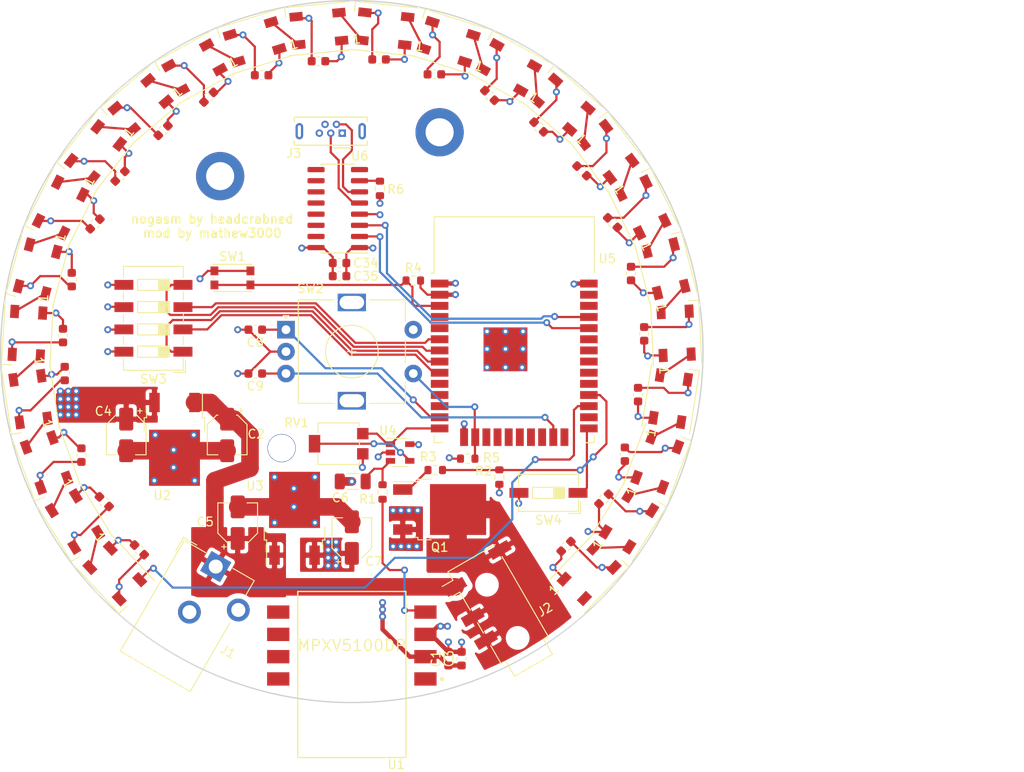
<source format=kicad_pcb>
(kicad_pcb (version 20171130) (host pcbnew "(5.1.9)-1")
  (layers (0 F.Cu signal) (1 In1.Cu power hide) (2 In2.Cu power) (31 B.Cu signal) (34 B.Paste user) (35 F.Paste user) (36 B.SilkS user) (37 F.SilkS user) (38 B.Mask user) (39 F.Mask user) (44 Edge.Cuts user))
  (net 0 "")
  (net 1 GND)
  (net 2 +3V3)
  (net 3 +12V)
  (net 4 +5V)
  (net 5 "Net-(C6-Pad1)")
  (net 6 /ENC_A)
  (net 7 /ENC_B)
  (net 8 "Net-(D1-Pad2)")
  (net 9 /LED)
  (net 10 "Net-(D2-Pad2)")
  (net 11 "Net-(D2-Pad4)")
  (net 12 "Net-(D3-Pad2)")
  (net 13 "Net-(D4-Pad2)")
  (net 14 "Net-(D5-Pad2)")
  (net 15 "Net-(D6-Pad2)")
  (net 16 "Net-(D7-Pad2)")
  (net 17 "Net-(D10-Pad4)")
  (net 18 "Net-(D11-Pad4)")
  (net 19 "Net-(D10-Pad2)")
  (net 20 "Net-(D11-Pad2)")
  (net 21 "Net-(D12-Pad2)")
  (net 22 "Net-(D13-Pad2)")
  (net 23 "Net-(D14-Pad2)")
  (net 24 "Net-(D15-Pad2)")
  (net 25 "Net-(D16-Pad2)")
  (net 26 "Net-(D17-Pad2)")
  (net 27 "Net-(D18-Pad2)")
  (net 28 "Net-(D19-Pad2)")
  (net 29 "Net-(D20-Pad2)")
  (net 30 "Net-(D21-Pad2)")
  (net 31 "Net-(D22-Pad2)")
  (net 32 /LEDS/Data-Out)
  (net 33 "Net-(J2-PadR1)")
  (net 34 "Net-(Q1-Pad1)")
  (net 35 "Net-(R1-Pad1)")
  (net 36 /Motor)
  (net 37 /EN)
  (net 38 /ENC_SW)
  (net 39 /PRESSURE)
  (net 40 "Net-(RV1-Pad2)")
  (net 41 "Net-(SW3-Pad4)")
  (net 42 "Net-(SW3-Pad3)")
  (net 43 "Net-(SW3-Pad2)")
  (net 44 "Net-(SW3-Pad1)")
  (net 45 "Net-(U1-Pad8)")
  (net 46 "Net-(U1-Pad7)")
  (net 47 "Net-(U1-Pad6)")
  (net 48 "Net-(U1-Pad5)")
  (net 49 "Net-(U1-Pad1)")
  (net 50 "Net-(U5-Pad37)")
  (net 51 "Net-(U5-Pad36)")
  (net 52 "Net-(U5-Pad33)")
  (net 53 "Net-(U5-Pad32)")
  (net 54 "Net-(U5-Pad31)")
  (net 55 "Net-(U5-Pad30)")
  (net 56 "Net-(U5-Pad29)")
  (net 57 "Net-(U5-Pad26)")
  (net 58 "Net-(U5-Pad24)")
  (net 59 "Net-(U5-Pad22)")
  (net 60 "Net-(U5-Pad21)")
  (net 61 "Net-(U5-Pad20)")
  (net 62 "Net-(U5-Pad19)")
  (net 63 "Net-(U5-Pad18)")
  (net 64 "Net-(U5-Pad17)")
  (net 65 "Net-(U5-Pad12)")
  (net 66 "Net-(U5-Pad11)")
  (net 67 "Net-(U5-Pad10)")
  (net 68 "Net-(U5-Pad5)")
  (net 69 "Net-(U5-Pad4)")
  (net 70 "Net-(J3-Pad3)")
  (net 71 "Net-(J3-Pad4)")
  (net 72 "Net-(J3-Pad1)")
  (net 73 "Net-(J3-Pad2)")
  (net 74 /IO0)
  (net 75 /TX_ESP)
  (net 76 /RX_ESP)
  (net 77 "Net-(U6-Pad15)")
  (net 78 "Net-(U6-Pad14)")
  (net 79 "Net-(U6-Pad13)")
  (net 80 "Net-(U6-Pad12)")
  (net 81 "Net-(U6-Pad11)")
  (net 82 "Net-(U6-Pad10)")
  (net 83 "Net-(U6-Pad9)")
  (net 84 "Net-(U6-Pad8)")
  (net 85 "Net-(R6-Pad1)")
  (module Connector_USB:USB_Micro-B_Wuerth_614105150721_Vertical (layer F.Cu) (at 138.9 65.1 180)
    (fp_text reference J3 (at 5.5 -2.3) (layer F.SilkS))
    (fp_text value USB_B_Micro)
    (pad 6 thru_hole oval (at 4.875 0.22 180) (size 0.85 1.85) (drill oval 0.35 1.35) (layers *.Cu *.Mask) (net 1 GND))
    (pad 6 thru_hole oval (at -2.275 0.22 180) (size 0.85 1.85) (drill oval 0.35 1.35) (layers *.Cu *.Mask) (net 1 GND))
    (pad 5 thru_hole circle (at 2.6 0 180) (size 0.84 0.84) (drill 0.44) (layers *.Cu *.Mask) (net 1 GND))
    (pad 4 thru_hole circle (at 1.95 1 180) (size 0.84 0.84) (drill 0.44) (layers *.Cu *.Mask) (net 71 "Net-(J3-Pad4)"))
    (pad 3 thru_hole circle (at 1.3 0 180) (size 0.84 0.84) (drill 0.44) (layers *.Cu *.Mask) (net 70 "Net-(J3-Pad3)"))
    (pad 2 thru_hole circle (at 0.65 1 180) (size 0.84 0.84) (drill 0.44) (layers *.Cu *.Mask) (net 73 "Net-(J3-Pad2)"))
    (pad 1 thru_hole rect (at 0 0 180) (size 0.84 0.84) (drill 0.44) (layers *.Cu *.Mask) (net 72 "Net-(J3-Pad1)"))
  )
  (module RF_Module:ESP32-WROOM-32 (layer F.Cu) (at 158.5 90.5)
    (fp_text reference U5 (at 10.6 -11.1 180) (layer F.SilkS))
    (fp_text value ESP32-WROOM-32)
    (pad 38 smd rect (at 8.5 -8.255) (size 2 0.9) (layers F.Cu F.Paste F.Mask) (net 1 GND))
    (pad 37 smd rect (at 8.5 -6.985) (size 2 0.9) (layers F.Cu F.Paste F.Mask) (net 50 "Net-(U5-Pad37)"))
    (pad 36 smd rect (at 8.5 -5.715) (size 2 0.9) (layers F.Cu F.Paste F.Mask) (net 51 "Net-(U5-Pad36)"))
    (pad 35 smd rect (at 8.5 -4.445) (size 2 0.9) (layers F.Cu F.Paste F.Mask) (net 75 /TX_ESP))
    (pad 34 smd rect (at 8.5 -3.175) (size 2 0.9) (layers F.Cu F.Paste F.Mask) (net 76 /RX_ESP))
    (pad 33 smd rect (at 8.5 -1.905) (size 2 0.9) (layers F.Cu F.Paste F.Mask) (net 52 "Net-(U5-Pad33)"))
    (pad 32 smd rect (at 8.5 -0.635) (size 2 0.9) (layers F.Cu F.Paste F.Mask) (net 53 "Net-(U5-Pad32)"))
    (pad 31 smd rect (at 8.5 0.635) (size 2 0.9) (layers F.Cu F.Paste F.Mask) (net 54 "Net-(U5-Pad31)"))
    (pad 30 smd rect (at 8.5 1.905) (size 2 0.9) (layers F.Cu F.Paste F.Mask) (net 55 "Net-(U5-Pad30)"))
    (pad 29 smd rect (at 8.5 3.175) (size 2 0.9) (layers F.Cu F.Paste F.Mask) (net 56 "Net-(U5-Pad29)"))
    (pad 28 smd rect (at 8.5 4.445) (size 2 0.9) (layers F.Cu F.Paste F.Mask) (net 36 /Motor))
    (pad 27 smd rect (at 8.5 5.715) (size 2 0.9) (layers F.Cu F.Paste F.Mask) (net 9 /LED))
    (pad 26 smd rect (at 8.5 6.985) (size 2 0.9) (layers F.Cu F.Paste F.Mask) (net 57 "Net-(U5-Pad26)"))
    (pad 25 smd rect (at 8.5 8.255) (size 2 0.9) (layers F.Cu F.Paste F.Mask) (net 74 /IO0))
    (pad 24 smd rect (at 5.715 9.255 90) (size 2 0.9) (layers F.Cu F.Paste F.Mask) (net 58 "Net-(U5-Pad24)"))
    (pad 23 smd rect (at 4.445 9.255 90) (size 2 0.9) (layers F.Cu F.Paste F.Mask) (net 7 /ENC_B))
    (pad 22 smd rect (at 3.175 9.255 90) (size 2 0.9) (layers F.Cu F.Paste F.Mask) (net 59 "Net-(U5-Pad22)"))
    (pad 21 smd rect (at 1.905 9.255 90) (size 2 0.9) (layers F.Cu F.Paste F.Mask) (net 60 "Net-(U5-Pad21)"))
    (pad 20 smd rect (at 0.635 9.255 90) (size 2 0.9) (layers F.Cu F.Paste F.Mask) (net 61 "Net-(U5-Pad20)"))
    (pad 19 smd rect (at -0.635 9.255 90) (size 2 0.9) (layers F.Cu F.Paste F.Mask) (net 62 "Net-(U5-Pad19)"))
    (pad 18 smd rect (at -1.905 9.255 90) (size 2 0.9) (layers F.Cu F.Paste F.Mask) (net 63 "Net-(U5-Pad18)"))
    (pad 17 smd rect (at -3.175 9.255 90) (size 2 0.9) (layers F.Cu F.Paste F.Mask) (net 64 "Net-(U5-Pad17)"))
    (pad 16 smd rect (at -4.445 9.255 90) (size 2 0.9) (layers F.Cu F.Paste F.Mask) (net 38 /ENC_SW))
    (pad 15 smd rect (at -5.715 9.255 90) (size 2 0.9) (layers F.Cu F.Paste F.Mask) (net 1 GND))
    (pad 14 smd rect (at -8.5 8.255) (size 2 0.9) (layers F.Cu F.Paste F.Mask) (net 39 /PRESSURE))
    (pad 13 smd rect (at -8.5 6.985) (size 2 0.9) (layers F.Cu F.Paste F.Mask) (net 6 /ENC_A))
    (pad 12 smd rect (at -8.5 5.715) (size 2 0.9) (layers F.Cu F.Paste F.Mask) (net 65 "Net-(U5-Pad12)"))
    (pad 11 smd rect (at -8.5 4.445) (size 2 0.9) (layers F.Cu F.Paste F.Mask) (net 66 "Net-(U5-Pad11)"))
    (pad 10 smd rect (at -8.5 3.175) (size 2 0.9) (layers F.Cu F.Paste F.Mask) (net 67 "Net-(U5-Pad10)"))
    (pad 9 smd rect (at -8.5 1.905) (size 2 0.9) (layers F.Cu F.Paste F.Mask) (net 43 "Net-(SW3-Pad2)"))
    (pad 8 smd rect (at -8.5 0.635) (size 2 0.9) (layers F.Cu F.Paste F.Mask) (net 44 "Net-(SW3-Pad1)"))
    (pad 7 smd rect (at -8.5 -0.635) (size 2 0.9) (layers F.Cu F.Paste F.Mask) (net 41 "Net-(SW3-Pad4)"))
    (pad 6 smd rect (at -8.5 -1.905) (size 2 0.9) (layers F.Cu F.Paste F.Mask) (net 42 "Net-(SW3-Pad3)"))
    (pad 5 smd rect (at -8.5 -3.175) (size 2 0.9) (layers F.Cu F.Paste F.Mask) (net 68 "Net-(U5-Pad5)"))
    (pad 4 smd rect (at -8.5 -4.445) (size 2 0.9) (layers F.Cu F.Paste F.Mask) (net 69 "Net-(U5-Pad4)"))
    (pad 3 smd rect (at -8.5 -5.715) (size 2 0.9) (layers F.Cu F.Paste F.Mask) (net 37 /EN))
    (pad 2 smd rect (at -8.5 -6.985) (size 2 0.9) (layers F.Cu F.Paste F.Mask) (net 2 +3V3))
    (pad 1 smd rect (at -8.5 -8.255) (size 2 0.9) (layers F.Cu F.Paste F.Mask) (net 1 GND))
    (pad 39 smd rect (at -1 -0.755) (size 5 5) (layers F.Cu F.Paste F.Mask) (net 1 GND))
  )
  (module Package_SO:SOIC-16_3.9x9.9mm_P1.27mm (layer F.Cu) (at 138.4 73.7 180)
    (fp_text reference U6 (at -2.5 6) (layer F.SilkS))
    (fp_text value "CH340B (wrong symbol)")
    (pad 16 smd roundrect (at 2.475 -4.445 180) (size 1.95 0.6) (layers F.Cu F.Paste F.Mask) (net 2 +3V3))
    (pad 15 smd roundrect (at 2.475 -3.175 180) (size 1.95 0.6) (layers F.Cu F.Paste F.Mask) (net 77 "Net-(U6-Pad15)"))
    (pad 14 smd roundrect (at 2.475 -1.905 180) (size 1.95 0.6) (layers F.Cu F.Paste F.Mask) (net 78 "Net-(U6-Pad14)"))
    (pad 13 smd roundrect (at 2.475 -0.635 180) (size 1.95 0.6) (layers F.Cu F.Paste F.Mask) (net 79 "Net-(U6-Pad13)"))
    (pad 12 smd roundrect (at 2.475 0.635 180) (size 1.95 0.6) (layers F.Cu F.Paste F.Mask) (net 80 "Net-(U6-Pad12)"))
    (pad 11 smd roundrect (at 2.475 1.905 180) (size 1.95 0.6) (layers F.Cu F.Paste F.Mask) (net 81 "Net-(U6-Pad11)"))
    (pad 10 smd roundrect (at 2.475 3.175 180) (size 1.95 0.6) (layers F.Cu F.Paste F.Mask) (net 82 "Net-(U6-Pad10)"))
    (pad 9 smd roundrect (at 2.475 4.445 180) (size 1.95 0.6) (layers F.Cu F.Paste F.Mask) (net 83 "Net-(U6-Pad9)"))
    (pad 8 smd roundrect (at -2.475 4.445 180) (size 1.95 0.6) (layers F.Cu F.Paste F.Mask) (net 84 "Net-(U6-Pad8)"))
    (pad 7 smd roundrect (at -2.475 3.175 180) (size 1.95 0.6) (layers F.Cu F.Paste F.Mask) (net 85 "Net-(R6-Pad1)"))
    (pad 6 smd roundrect (at -2.475 1.905 180) (size 1.95 0.6) (layers F.Cu F.Paste F.Mask) (net 73 "Net-(J3-Pad2)"))
    (pad 5 smd roundrect (at -2.475 0.635 180) (size 1.95 0.6) (layers F.Cu F.Paste F.Mask) (net 70 "Net-(J3-Pad3)"))
    (pad 4 smd roundrect (at -2.475 -0.635 180) (size 1.95 0.6) (layers F.Cu F.Paste F.Mask) (net 2 +3V3))
    (pad 3 smd roundrect (at -2.475 -1.905 180) (size 1.95 0.6) (layers F.Cu F.Paste F.Mask) (net 75 /TX_ESP))
    (pad 2 smd roundrect (at -2.475 -3.175 180) (size 1.95 0.6) (layers F.Cu F.Paste F.Mask) (net 76 /RX_ESP))
    (pad 1 smd roundrect (at -2.475 -4.445 180) (size 1.95 0.6) (layers F.Cu F.Paste F.Mask) (net 1 GND))
  )
  (module Resistor_SMD:R_0603_1608Metric (layer F.Cu) (at 143.2 71.4 270)
    (fp_text reference R6 (at 0.1 -1.8) (layer F.SilkS))
    (fp_text value 10k)
    (pad 2 smd roundrect (at 0.825 0 270) (size 0.8 0.95) (layers F.Cu F.Paste F.Mask) (net 2 +3V3))
    (pad 1 smd roundrect (at -0.825 0 270) (size 0.8 0.95) (layers F.Cu F.Paste F.Mask) (net 85 "Net-(R6-Pad1)"))
  )
  (module Capacitor_SMD:C_0603_1608Metric (layer F.Cu) (at 138.6 81.4)
    (fp_text reference C35 (at 3 0) (layer F.SilkS))
    (fp_text value 10nF)
    (pad 2 smd roundrect (at 0.775 0) (size 0.9 0.95) (layers F.Cu F.Paste F.Mask) (net 1 GND))
    (pad 1 smd roundrect (at -0.775 0) (size 0.9 0.95) (layers F.Cu F.Paste F.Mask) (net 2 +3V3))
  )
  (module Capacitor_SMD:C_0603_1608Metric (layer F.Cu) (at 138.6 79.9)
    (fp_text reference C34 (at 3 0) (layer F.SilkS))
    (fp_text value 1uF)
    (pad 2 smd roundrect (at 0.775 0) (size 0.9 0.95) (layers F.Cu F.Paste F.Mask) (net 1 GND))
    (pad 1 smd roundrect (at -0.775 0) (size 0.9 0.95) (layers F.Cu F.Paste F.Mask) (net 2 +3V3))
  )
  (module Capacitor_SMD:CP_Elec_4x4.5 (layer F.Cu) (at 140 111.2 90)
    (fp_text reference C7 (at -2.7 2.5 180) (layer F.SilkS))
    (fp_text value 10uf)
    (pad 2 smd roundrect (at 1.8 0 90) (size 2.6 1.6) (layers F.Cu F.Paste F.Mask) (roundrect_rratio 0.15625) (net 1 GND))
    (pad 1 smd roundrect (at -1.8 0 90) (size 2.6 1.6) (layers F.Cu F.Paste F.Mask) (roundrect_rratio 0.15625) (net 2 +3V3))
  )
  (module Capacitor_SMD:CP_Elec_4x4.5 (layer F.Cu) (at 127 109.5 90)
    (fp_text reference C5 (at 0.1 -3.7 180) (layer F.SilkS))
    (fp_text value 10uf)
    (pad 2 smd roundrect (at 1.8 0 90) (size 2.6 1.6) (layers F.Cu F.Paste F.Mask) (roundrect_rratio 0.15625) (net 1 GND))
    (pad 1 smd roundrect (at -1.8 0 90) (size 2.6 1.6) (layers F.Cu F.Paste F.Mask) (roundrect_rratio 0.15625) (net 3 +12V))
  )
  (module Capacitor_SMD:CP_Elec_4x4.5 (layer F.Cu) (at 114.3 99.5 270)
    (fp_text reference C4 (at -2.7 2.6 180) (layer F.SilkS))
    (fp_text value 10uf)
    (pad 2 smd roundrect (at 1.8 0 270) (size 2.6 1.6) (layers F.Cu F.Paste F.Mask) (roundrect_rratio 0.15625) (net 1 GND))
    (pad 1 smd roundrect (at -1.8 0 270) (size 2.6 1.6) (layers F.Cu F.Paste F.Mask) (roundrect_rratio 0.15625) (net 4 +5V))
  )
  (module Capacitor_SMD:CP_Elec_4x4.5 (layer F.Cu) (at 125.8 99.5 270)
    (fp_text reference C2 (at -0.1 -3.3 180) (layer F.SilkS))
    (fp_text value 10uf)
    (pad 2 smd roundrect (at 1.8 0 270) (size 2.6 1.6) (layers F.Cu F.Paste F.Mask) (roundrect_rratio 0.15625) (net 1 GND))
    (pad 1 smd roundrect (at -1.8 0 270) (size 2.6 1.6) (layers F.Cu F.Paste F.Mask) (roundrect_rratio 0.15625) (net 3 +12V))
  )
  (module Package_TO_SOT_SMD:SOT-23-5 (layer F.Cu) (at 145.5 101.5)
    (fp_text reference U4 (at -1.4 -2.5) (layer F.SilkS))
    (fp_text value MCP6001R)
    (pad 5 smd rect (at 1.1 -0.95) (size 1.06 0.65) (layers F.Cu F.Paste F.Mask) (net 1 GND))
    (pad 4 smd rect (at 1.1 0.95) (size 1.06 0.65) (layers F.Cu F.Paste F.Mask) (net 40 "Net-(RV1-Pad2)"))
    (pad 3 smd rect (at -1.1 0.95) (size 1.06 0.65) (layers F.Cu F.Paste F.Mask) (net 5 "Net-(C6-Pad1)"))
    (pad 2 smd rect (at -1.1 0) (size 1.06 0.65) (layers F.Cu F.Paste F.Mask) (net 2 +3V3))
    (pad 1 smd rect (at -1.1 -0.95) (size 1.06 0.65) (layers F.Cu F.Paste F.Mask) (net 39 /PRESSURE))
  )
  (module Package_TO_SOT_SMD:TO-252-2 (layer F.Cu) (at 133.475 109 90)
    (fp_text reference U3 (at 3.7 -4.5 180) (layer F.SilkS))
    (fp_text value BL1117-33CY)
    (pad 2 smd rect (at 2.1 0 90) (size 6.4 5.8) (layers F.Cu F.Mask) (net 1 GND))
    (pad 3 smd rect (at -4.2 2.28 90) (size 2.2 1.2) (layers F.Cu F.Paste F.Mask) (net 2 +3V3))
    (pad 1 smd rect (at -4.2 -2.28 90) (size 2.2 1.2) (layers F.Cu F.Paste F.Mask) (net 3 +12V))
  )
  (module Package_TO_SOT_SMD:TO-252-2 (layer F.Cu) (at 119.8 100 270)
    (fp_text reference U2 (at 6.4 1.4 180) (layer F.SilkS))
    (fp_text value LD29150DT50R)
    (pad 2 smd rect (at 2.1 0 270) (size 6.4 5.8) (layers F.Cu F.Mask) (net 1 GND))
    (pad 3 smd rect (at -4.2 2.28 270) (size 2.2 1.2) (layers F.Cu F.Paste F.Mask) (net 4 +5V))
    (pad 1 smd rect (at -4.2 -2.28 270) (size 2.2 1.2) (layers F.Cu F.Paste F.Mask) (net 3 +12V))
  )
  (module eec:Freescale_Semiconductor-SOT1693-1-03_2016-B-MFG (layer F.Cu) (at 140 123.5 180)
    (fp_text reference U1 (at -6.159499 -13.563499) (layer F.SilkS) (effects (justify right)))
    (fp_text value MPXV5100DP (at 0 0) (layer F.SilkS) (effects (font (size 1.27 1.27))))
    (pad 8 smd rect (at 8.382 -3.81 180) (size 2.54 1.524) (layers F.Cu F.Paste F.Mask) (net 45 "Net-(U1-Pad8)"))
    (pad 7 smd rect (at 8.382 -1.27 180) (size 2.54 1.524) (layers F.Cu F.Paste F.Mask) (net 46 "Net-(U1-Pad7)"))
    (pad 6 smd rect (at 8.382 1.27 180) (size 2.54 1.524) (layers F.Cu F.Paste F.Mask) (net 47 "Net-(U1-Pad6)"))
    (pad 5 smd rect (at 8.382 3.81 180) (size 2.54 1.524) (layers F.Cu F.Paste F.Mask) (net 48 "Net-(U1-Pad5)"))
    (pad 4 smd rect (at -8.382 3.81 180) (size 2.54 1.524) (layers F.Cu F.Paste F.Mask) (net 35 "Net-(R1-Pad1)"))
    (pad 3 smd rect (at -8.382 1.27 180) (size 2.54 1.524) (layers F.Cu F.Paste F.Mask) (net 1 GND))
    (pad 2 smd rect (at -8.382 -1.27 180) (size 2.54 1.524) (layers F.Cu F.Paste F.Mask) (net 2 +3V3))
    (pad 1 smd rect (at -8.382 -3.81 180) (size 2.54 1.524) (layers F.Cu F.Paste F.Mask) (net 49 "Net-(U1-Pad1)"))
  )
  (module Button_Switch_SMD:SW_DIP_SPSTx01_Slide_6.7x4.1mm_W6.73mm_P2.54mm_LowProfile_JPin (layer F.Cu) (at 162.4 106.1 180)
    (fp_text reference SW4 (at 0 -3.11) (layer F.SilkS))
    (fp_text value SW_DIP_x01)
    (pad 2 smd rect (at 3.365 0 180) (size 2.16 1.12) (layers F.Cu F.Paste F.Mask) (net 1 GND))
    (pad 1 smd rect (at -3.365 0 180) (size 2.16 1.12) (layers F.Cu F.Paste F.Mask) (net 74 /IO0))
  )
  (module Button_Switch_SMD:SW_DIP_SPSTx04_Slide_6.7x11.72mm_W6.73mm_P2.54mm_LowProfile_JPin (layer F.Cu) (at 117.4 86.2 180)
    (fp_text reference SW3 (at 0 -6.92) (layer F.SilkS))
    (fp_text value SW_DIP_x04)
    (pad 8 smd rect (at 3.365 -3.81 180) (size 2.16 1.12) (layers F.Cu F.Paste F.Mask) (net 1 GND))
    (pad 4 smd rect (at -3.365 3.81 180) (size 2.16 1.12) (layers F.Cu F.Paste F.Mask) (net 41 "Net-(SW3-Pad4)"))
    (pad 7 smd rect (at 3.365 -1.27 180) (size 2.16 1.12) (layers F.Cu F.Paste F.Mask) (net 1 GND))
    (pad 3 smd rect (at -3.365 1.27 180) (size 2.16 1.12) (layers F.Cu F.Paste F.Mask) (net 42 "Net-(SW3-Pad3)"))
    (pad 6 smd rect (at 3.365 1.27 180) (size 2.16 1.12) (layers F.Cu F.Paste F.Mask) (net 1 GND))
    (pad 2 smd rect (at -3.365 -1.27 180) (size 2.16 1.12) (layers F.Cu F.Paste F.Mask) (net 43 "Net-(SW3-Pad2)"))
    (pad 5 smd rect (at 3.365 3.81 180) (size 2.16 1.12) (layers F.Cu F.Paste F.Mask) (net 1 GND))
    (pad 1 smd rect (at -3.365 -3.81 180) (size 2.16 1.12) (layers F.Cu F.Paste F.Mask) (net 44 "Net-(SW3-Pad1)"))
  )
  (module Rotary_Encoder:RotaryEncoder_Alps_EC11E-Switch_Vertical_H20mm (layer F.Cu) (at 132.5 87.5)
    (fp_text reference SW2 (at 2.8 -4.7) (layer F.SilkS))
    (fp_text value Rotary_Encoder_Switch)
    (pad A thru_hole rect (at 0 0) (size 2 2) (drill 1) (layers *.Cu *.Mask) (net 6 /ENC_A))
    (pad C thru_hole circle (at 0 2.5) (size 2 2) (drill 1) (layers *.Cu *.Mask) (net 1 GND))
    (pad B thru_hole circle (at 0 5) (size 2 2) (drill 1) (layers *.Cu *.Mask) (net 7 /ENC_B))
    (pad MP thru_hole rect (at 7.5 -3.1) (size 3.2 2) (drill oval 2.8 1.5) (layers *.Cu *.Mask))
    (pad MP thru_hole rect (at 7.5 8.1) (size 3.2 2) (drill oval 2.8 1.5) (layers *.Cu *.Mask))
    (pad S2 thru_hole circle (at 14.5 0) (size 2 2) (drill 1) (layers *.Cu *.Mask) (net 1 GND))
    (pad S1 thru_hole circle (at 14.5 5) (size 2 2) (drill 1) (layers *.Cu *.Mask) (net 38 /ENC_SW))
  )
  (module Button_Switch_SMD:SW_Push_1P1T_NO_CK_KMR2 (layer F.Cu) (at 126.4 81.6)
    (fp_text reference SW1 (at 0 -2.45) (layer F.SilkS))
    (fp_text value SW_Push)
    (pad 2 smd rect (at 2.05 0.8) (size 0.9 1) (layers F.Cu F.Paste F.Mask) (net 37 /EN))
    (pad 1 smd rect (at 2.05 -0.8) (size 0.9 1) (layers F.Cu F.Paste F.Mask) (net 1 GND))
    (pad 2 smd rect (at -2.05 0.8) (size 0.9 1) (layers F.Cu F.Paste F.Mask) (net 37 /EN))
    (pad 1 smd rect (at -2.05 -0.8) (size 0.9 1) (layers F.Cu F.Paste F.Mask) (net 1 GND))
  )
  (module Potentiometer_SMD:Potentiometer_Bourns_3314G_Vertical (layer F.Cu) (at 138.5 100.5 270)
    (fp_text reference RV1 (at -2.4 4.8 180) (layer F.SilkS))
    (fp_text value R_POT)
    (pad 3 smd rect (at -1.15 -2.75 270) (size 1.3 1.3) (layers F.Cu F.Paste F.Mask) (net 39 /PRESSURE))
    (pad 2 smd rect (at 0 2.75 270) (size 2 1.3) (layers F.Cu F.Paste F.Mask) (net 40 "Net-(RV1-Pad2)"))
    (pad 1 smd rect (at 1.15 -2.75 270) (size 1.3 1.3) (layers F.Cu F.Paste F.Mask) (net 1 GND))
  )
  (module Resistor_SMD:R_0603_1608Metric (layer F.Cu) (at 153.2 102.2)
    (fp_text reference R5 (at 2.7 -0.1) (layer F.SilkS))
    (fp_text value 10k)
    (pad 2 smd roundrect (at 0.825 0) (size 0.8 0.95) (layers F.Cu F.Paste F.Mask) (net 38 /ENC_SW))
    (pad 1 smd roundrect (at -0.825 0) (size 0.8 0.95) (layers F.Cu F.Paste F.Mask) (net 2 +3V3))
  )
  (module Resistor_SMD:R_0603_1608Metric (layer F.Cu) (at 147 81.9)
    (fp_text reference R4 (at 0 -1.43) (layer F.SilkS))
    (fp_text value 10k)
    (pad 2 smd roundrect (at 0.825 0) (size 0.8 0.95) (layers F.Cu F.Paste F.Mask) (net 2 +3V3))
    (pad 1 smd roundrect (at -0.825 0) (size 0.8 0.95) (layers F.Cu F.Paste F.Mask) (net 37 /EN))
  )
  (module Resistor_SMD:R_0603_1608Metric (layer F.Cu) (at 149.5 103.5 180)
    (fp_text reference R3 (at 0.8 1.5) (layer F.SilkS))
    (fp_text value 750)
    (pad 2 smd roundrect (at 0.825 0 180) (size 0.8 0.95) (layers F.Cu F.Paste F.Mask) (net 34 "Net-(Q1-Pad1)"))
    (pad 1 smd roundrect (at -0.825 0 180) (size 0.8 0.95) (layers F.Cu F.Paste F.Mask) (net 36 /Motor))
  )
  (module Resistor_SMD:R_0603_1608Metric (layer F.Cu) (at 156.8 104.3 90)
    (fp_text reference R2 (at 0.7 -1.8 180) (layer F.SilkS))
    (fp_text value 10k)
    (pad 2 smd roundrect (at 0.825 0 90) (size 0.8 0.95) (layers F.Cu F.Paste F.Mask) (net 36 /Motor))
    (pad 1 smd roundrect (at -0.825 0 90) (size 0.8 0.95) (layers F.Cu F.Paste F.Mask) (net 1 GND))
  )
  (module Resistor_SMD:R_0603_1608Metric (layer F.Cu) (at 143.5 106 90)
    (fp_text reference R1 (at -0.8 -1.7) (layer F.SilkS))
    (fp_text value 750)
    (pad 2 smd roundrect (at 0.825 0 90) (size 0.8 0.95) (layers F.Cu F.Paste F.Mask) (net 5 "Net-(C6-Pad1)"))
    (pad 1 smd roundrect (at -0.825 0 90) (size 0.8 0.95) (layers F.Cu F.Paste F.Mask) (net 35 "Net-(R1-Pad1)"))
  )
  (module Package_TO_SOT_SMD:TO-252-2 (layer F.Cu) (at 150 108)
    (fp_text reference Q1 (at 0 4.3) (layer F.SilkS))
    (fp_text value AP55N03K)
    (pad 2 smd rect (at 2.1 0) (size 6.4 5.8) (layers F.Cu F.Mask) (net 33 "Net-(J2-PadR1)"))
    (pad 3 smd rect (at -4.2 2.28) (size 2.2 1.2) (layers F.Cu F.Paste F.Mask) (net 1 GND))
    (pad 1 smd rect (at -4.2 -2.28) (size 2.2 1.2) (layers F.Cu F.Paste F.Mask) (net 34 "Net-(Q1-Pad1)"))
  )
  (module Connector_Audio:Jack_3.5mm_PJ320D_Horizontal (layer F.Cu) (at 156.5 118.5 120)
    (fp_text reference J2 (at -3.529423 4.31314 210) (layer F.SilkS))
    (fp_text value AudioJack4)
    (pad "" np_thru_hole circle (at 2.225 0 120) (size 1.5 1.5) (drill 1.5) (layers *.Cu *.Mask))
    (pad "" np_thru_hole circle (at -4.775 0 120) (size 1.5 1.5) (drill 1.5) (layers *.Cu *.Mask))
    (pad R2 smd rect (at -3.175 -3.25 120) (size 1.2 2.5) (layers F.Cu F.Paste F.Mask) (net 33 "Net-(J2-PadR1)"))
    (pad R1 smd rect (at -0.175 -3.25 120) (size 1.2 2.5) (layers F.Cu F.Paste F.Mask) (net 33 "Net-(J2-PadR1)"))
    (pad T smd rect (at 3.825 -3.25 120) (size 1.2 2.5) (layers F.Cu F.Paste F.Mask) (net 3 +12V))
    (pad S smd rect (at 4.925 3.25 120) (size 1.2 2.5) (layers F.Cu F.Paste F.Mask) (net 33 "Net-(J2-PadR1)"))
  )
  (module Connector_BarrelJack:BarrelJack_CUI_PJ-102AH_Horizontal (layer F.Cu) (at 124.5 114.5 330)
    (fp_text reference J1 (at 6.062436 7.700446 150) (layer F.SilkS))
    (fp_text value Barrel_Jack)
    (pad 3 thru_hole circle (at 4.7 3 330) (size 2.6 2.6) (drill 1.6) (layers *.Cu *.Mask))
    (pad 2 thru_hole circle (at 0 6 330) (size 2.6 2.6) (drill 1.6) (layers *.Cu *.Mask) (net 1 GND))
    (pad 1 thru_hole rect (at 0 0 330) (size 2.6 2.6) (drill 1.6) (layers *.Cu *.Mask) (net 3 +12V))
  )
  (module LED_SMD:LED_WS2812B_PLCC4_5.0x5.0mm_P3.2mm (layer F.Cu) (at 167.032 115.264 46.3)
    (fp_text reference D24 hide)
    (fp_text value WS2812B)
    (fp_text user 1 (at -4.15 -1.6 46.3) (layer F.SilkS))
    (pad 1 smd rect (at -2.45 -1.6 46.3) (size 1.5 1) (layers F.Cu F.Paste F.Mask) (net 4 +5V))
    (pad 2 smd rect (at -2.45 1.6 46.3) (size 1.5 1) (layers F.Cu F.Paste F.Mask) (net 32 /LEDS/Data-Out))
    (pad 4 smd rect (at 2.45 -1.6 46.3) (size 1.5 1) (layers F.Cu F.Paste F.Mask) (net 31 "Net-(D22-Pad2)"))
    (pad 3 smd rect (at 2.45 1.6 46.3) (size 1.5 1) (layers F.Cu F.Paste F.Mask) (net 1 GND))
  )
  (module LED_SMD:LED_WS2812B_PLCC4_5.0x5.0mm_P3.2mm (layer F.Cu) (at 136.246 53.191 185.5)
    (fp_text reference D23 hide)
    (fp_text value WS2812B)
    (fp_text user 1 (at -4.15 -1.6 5.5) (layer F.SilkS))
    (pad 1 smd rect (at -2.45 -1.6 185.5) (size 1.5 1) (layers F.Cu F.Paste F.Mask) (net 4 +5V))
    (pad 2 smd rect (at -2.45 1.6 185.5) (size 1.5 1) (layers F.Cu F.Paste F.Mask) (net 11 "Net-(D2-Pad4)"))
    (pad 4 smd rect (at 2.45 -1.6 185.5) (size 1.5 1) (layers F.Cu F.Paste F.Mask) (net 30 "Net-(D21-Pad2)"))
    (pad 3 smd rect (at 2.45 1.6 185.5) (size 1.5 1) (layers F.Cu F.Paste F.Mask) (net 1 GND))
  )
  (module LED_SMD:LED_WS2812B_PLCC4_5.0x5.0mm_P3.2mm (layer F.Cu) (at 171.551 109.327 57.9)
    (fp_text reference D22 hide)
    (fp_text value WS2812B)
    (fp_text user 1 (at -4.15 -1.6 57.9) (layer F.SilkS))
    (pad 1 smd rect (at -2.45 -1.6 57.9) (size 1.5 1) (layers F.Cu F.Paste F.Mask) (net 4 +5V))
    (pad 2 smd rect (at -2.45 1.6 57.9) (size 1.5 1) (layers F.Cu F.Paste F.Mask) (net 31 "Net-(D22-Pad2)"))
    (pad 4 smd rect (at 2.45 -1.6 57.9) (size 1.5 1) (layers F.Cu F.Paste F.Mask) (net 29 "Net-(D20-Pad2)"))
    (pad 3 smd rect (at 2.45 1.6 57.9) (size 1.5 1) (layers F.Cu F.Paste F.Mask) (net 1 GND))
  )
  (module LED_SMD:LED_WS2812B_PLCC4_5.0x5.0mm_P3.2mm (layer F.Cu) (at 128.937 54.693 197.1)
    (fp_text reference D21 hide)
    (fp_text value WS2812B)
    (fp_text user 1 (at -4.15 -1.6 17.1) (layer F.SilkS))
    (pad 1 smd rect (at -2.45 -1.6 197.1) (size 1.5 1) (layers F.Cu F.Paste F.Mask) (net 4 +5V))
    (pad 2 smd rect (at -2.45 1.6 197.1) (size 1.5 1) (layers F.Cu F.Paste F.Mask) (net 30 "Net-(D21-Pad2)"))
    (pad 4 smd rect (at 2.45 -1.6 197.1) (size 1.5 1) (layers F.Cu F.Paste F.Mask) (net 28 "Net-(D19-Pad2)"))
    (pad 3 smd rect (at 2.45 1.6 197.1) (size 1.5 1) (layers F.Cu F.Paste F.Mask) (net 1 GND))
  )
  (module LED_SMD:LED_WS2812B_PLCC4_5.0x5.0mm_P3.2mm (layer F.Cu) (at 174.787 102.604 69.5)
    (fp_text reference D20 hide)
    (fp_text value WS2812B)
    (fp_text user 1 (at -4.15 -1.6 69.5) (layer F.SilkS))
    (pad 1 smd rect (at -2.45 -1.6 69.5) (size 1.5 1) (layers F.Cu F.Paste F.Mask) (net 4 +5V))
    (pad 2 smd rect (at -2.45 1.6 69.5) (size 1.5 1) (layers F.Cu F.Paste F.Mask) (net 29 "Net-(D20-Pad2)"))
    (pad 4 smd rect (at 2.45 -1.6 69.5) (size 1.5 1) (layers F.Cu F.Paste F.Mask) (net 27 "Net-(D18-Pad2)"))
    (pad 3 smd rect (at 2.45 1.6 69.5) (size 1.5 1) (layers F.Cu F.Paste F.Mask) (net 1 GND))
  )
  (module LED_SMD:LED_WS2812B_PLCC4_5.0x5.0mm_P3.2mm (layer F.Cu) (at 122.078 57.63 208.7)
    (fp_text reference D19 hide)
    (fp_text value WS2812B)
    (fp_text user 1 (at -4.15 -1.6 28.7) (layer F.SilkS))
    (pad 1 smd rect (at -2.45 -1.6 208.7) (size 1.5 1) (layers F.Cu F.Paste F.Mask) (net 4 +5V))
    (pad 2 smd rect (at -2.45 1.6 208.7) (size 1.5 1) (layers F.Cu F.Paste F.Mask) (net 28 "Net-(D19-Pad2)"))
    (pad 4 smd rect (at 2.45 -1.6 208.7) (size 1.5 1) (layers F.Cu F.Paste F.Mask) (net 26 "Net-(D17-Pad2)"))
    (pad 3 smd rect (at 2.45 1.6 208.7) (size 1.5 1) (layers F.Cu F.Paste F.Mask) (net 1 GND))
  )
  (module LED_SMD:LED_WS2812B_PLCC4_5.0x5.0mm_P3.2mm (layer F.Cu) (at 176.309 95.368 81.1)
    (fp_text reference D18 hide)
    (fp_text value WS2812B)
    (fp_text user 1 (at -4.15 -1.6 81.1) (layer F.SilkS))
    (pad 1 smd rect (at -2.45 -1.6 81.1) (size 1.5 1) (layers F.Cu F.Paste F.Mask) (net 4 +5V))
    (pad 2 smd rect (at -2.45 1.6 81.1) (size 1.5 1) (layers F.Cu F.Paste F.Mask) (net 27 "Net-(D18-Pad2)"))
    (pad 4 smd rect (at 2.45 -1.6 81.1) (size 1.5 1) (layers F.Cu F.Paste F.Mask) (net 25 "Net-(D16-Pad2)"))
    (pad 3 smd rect (at 2.45 1.6 81.1) (size 1.5 1) (layers F.Cu F.Paste F.Mask) (net 1 GND))
  )
  (module LED_SMD:LED_WS2812B_PLCC4_5.0x5.0mm_P3.2mm (layer F.Cu) (at 115.948 61.884 220.3)
    (fp_text reference D17 hide)
    (fp_text value WS2812B)
    (fp_text user 1 (at -4.15 -1.6 40.3) (layer F.SilkS))
    (pad 1 smd rect (at -2.45 -1.6 220.3) (size 1.5 1) (layers F.Cu F.Paste F.Mask) (net 4 +5V))
    (pad 2 smd rect (at -2.45 1.6 220.3) (size 1.5 1) (layers F.Cu F.Paste F.Mask) (net 26 "Net-(D17-Pad2)"))
    (pad 4 smd rect (at 2.45 -1.6 220.3) (size 1.5 1) (layers F.Cu F.Paste F.Mask) (net 24 "Net-(D15-Pad2)"))
    (pad 3 smd rect (at 2.45 1.6 220.3) (size 1.5 1) (layers F.Cu F.Paste F.Mask) (net 1 GND))
  )
  (module LED_SMD:LED_WS2812B_PLCC4_5.0x5.0mm_P3.2mm (layer F.Cu) (at 176.941 87.914 92.7)
    (fp_text reference D16 hide)
    (fp_text value WS2812B)
    (fp_text user 1 (at -4.15 -1.6 92.7) (layer F.SilkS))
    (pad 1 smd rect (at -2.45 -1.6 92.7) (size 1.5 1) (layers F.Cu F.Paste F.Mask) (net 4 +5V))
    (pad 2 smd rect (at -2.45 1.6 92.7) (size 1.5 1) (layers F.Cu F.Paste F.Mask) (net 25 "Net-(D16-Pad2)"))
    (pad 4 smd rect (at 2.45 -1.6 92.7) (size 1.5 1) (layers F.Cu F.Paste F.Mask) (net 23 "Net-(D14-Pad2)"))
    (pad 3 smd rect (at 2.45 1.6 92.7) (size 1.5 1) (layers F.Cu F.Paste F.Mask) (net 1 GND))
  )
  (module LED_SMD:LED_WS2812B_PLCC4_5.0x5.0mm_P3.2mm (layer F.Cu) (at 110.796 67.281 231.9)
    (fp_text reference D15 hide)
    (fp_text value WS2812B)
    (fp_text user 1 (at -4.15 -1.6 51.9) (layer F.SilkS))
    (pad 1 smd rect (at -2.45 -1.6 231.9) (size 1.5 1) (layers F.Cu F.Paste F.Mask) (net 4 +5V))
    (pad 2 smd rect (at -2.45 1.6 231.9) (size 1.5 1) (layers F.Cu F.Paste F.Mask) (net 24 "Net-(D15-Pad2)"))
    (pad 4 smd rect (at 2.45 -1.6 231.9) (size 1.5 1) (layers F.Cu F.Paste F.Mask) (net 22 "Net-(D13-Pad2)"))
    (pad 3 smd rect (at 2.45 1.6 231.9) (size 1.5 1) (layers F.Cu F.Paste F.Mask) (net 1 GND))
  )
  (module LED_SMD:LED_WS2812B_PLCC4_5.0x5.0mm_P3.2mm (layer F.Cu) (at 175.772 80.545 104.3)
    (fp_text reference D14 hide)
    (fp_text value WS2812B)
    (fp_text user 1 (at -4.15 -1.6 104.3) (layer F.SilkS))
    (pad 1 smd rect (at -2.45 -1.6 104.3) (size 1.5 1) (layers F.Cu F.Paste F.Mask) (net 4 +5V))
    (pad 2 smd rect (at -2.45 1.6 104.3) (size 1.5 1) (layers F.Cu F.Paste F.Mask) (net 23 "Net-(D14-Pad2)"))
    (pad 4 smd rect (at 2.45 -1.6 104.3) (size 1.5 1) (layers F.Cu F.Paste F.Mask) (net 21 "Net-(D12-Pad2)"))
    (pad 3 smd rect (at 2.45 1.6 104.3) (size 1.5 1) (layers F.Cu F.Paste F.Mask) (net 1 GND))
  )
  (module LED_SMD:LED_WS2812B_PLCC4_5.0x5.0mm_P3.2mm (layer F.Cu) (at 106.832 73.6 243.5)
    (fp_text reference D13 hide)
    (fp_text value WS2812B)
    (fp_text user 1 (at -4.15 -1.6 63.5) (layer F.SilkS))
    (pad 1 smd rect (at -2.45 -1.6 243.5) (size 1.5 1) (layers F.Cu F.Paste F.Mask) (net 4 +5V))
    (pad 2 smd rect (at -2.45 1.6 243.5) (size 1.5 1) (layers F.Cu F.Paste F.Mask) (net 22 "Net-(D13-Pad2)"))
    (pad 4 smd rect (at 2.45 -1.6 243.5) (size 1.5 1) (layers F.Cu F.Paste F.Mask) (net 20 "Net-(D11-Pad2)"))
    (pad 3 smd rect (at 2.45 1.6 243.5) (size 1.5 1) (layers F.Cu F.Paste F.Mask) (net 1 GND))
  )
  (module LED_SMD:LED_WS2812B_PLCC4_5.0x5.0mm_P3.2mm (layer F.Cu) (at 173.147 73.56 115.9)
    (fp_text reference D12 hide)
    (fp_text value WS2812B)
    (fp_text user 1 (at -4.15 -1.6 115.9) (layer F.SilkS))
    (pad 1 smd rect (at -2.45 -1.6 115.9) (size 1.5 1) (layers F.Cu F.Paste F.Mask) (net 4 +5V))
    (pad 2 smd rect (at -2.45 1.6 115.9) (size 1.5 1) (layers F.Cu F.Paste F.Mask) (net 21 "Net-(D12-Pad2)"))
    (pad 4 smd rect (at 2.45 -1.6 115.9) (size 1.5 1) (layers F.Cu F.Paste F.Mask) (net 19 "Net-(D10-Pad2)"))
    (pad 3 smd rect (at 2.45 1.6 115.9) (size 1.5 1) (layers F.Cu F.Paste F.Mask) (net 1 GND))
  )
  (module LED_SMD:LED_WS2812B_PLCC4_5.0x5.0mm_P3.2mm (layer F.Cu) (at 104.217 80.59 255.1)
    (fp_text reference D11 hide)
    (fp_text value WS2812B)
    (fp_text user 1 (at -4.15 -1.6 75.1) (layer F.SilkS))
    (pad 1 smd rect (at -2.45 -1.6 255.1) (size 1.5 1) (layers F.Cu F.Paste F.Mask) (net 4 +5V))
    (pad 2 smd rect (at -2.45 1.6 255.1) (size 1.5 1) (layers F.Cu F.Paste F.Mask) (net 20 "Net-(D11-Pad2)"))
    (pad 4 smd rect (at 2.45 -1.6 255.1) (size 1.5 1) (layers F.Cu F.Paste F.Mask) (net 18 "Net-(D11-Pad4)"))
    (pad 3 smd rect (at 2.45 1.6 255.1) (size 1.5 1) (layers F.Cu F.Paste F.Mask) (net 1 GND))
  )
  (module LED_SMD:LED_WS2812B_PLCC4_5.0x5.0mm_P3.2mm (layer F.Cu) (at 169.175 67.244 127.5)
    (fp_text reference D10 hide)
    (fp_text value WS2812B)
    (fp_text user 1 (at -4.15 -1.6 127.5) (layer F.SilkS))
    (pad 1 smd rect (at -2.45 -1.6 127.5) (size 1.5 1) (layers F.Cu F.Paste F.Mask) (net 4 +5V))
    (pad 2 smd rect (at -2.45 1.6 127.5) (size 1.5 1) (layers F.Cu F.Paste F.Mask) (net 19 "Net-(D10-Pad2)"))
    (pad 4 smd rect (at 2.45 -1.6 127.5) (size 1.5 1) (layers F.Cu F.Paste F.Mask) (net 17 "Net-(D10-Pad4)"))
    (pad 3 smd rect (at 2.45 1.6 127.5) (size 1.5 1) (layers F.Cu F.Paste F.Mask) (net 1 GND))
  )
  (module LED_SMD:LED_WS2812B_PLCC4_5.0x5.0mm_P3.2mm (layer F.Cu) (at 103.056 87.961 266.7)
    (fp_text reference D9 hide)
    (fp_text value WS2812B)
    (fp_text user 1 (at -4.15 -1.6 86.7) (layer F.SilkS))
    (pad 1 smd rect (at -2.45 -1.6 266.7) (size 1.5 1) (layers F.Cu F.Paste F.Mask) (net 4 +5V))
    (pad 2 smd rect (at -2.45 1.6 266.7) (size 1.5 1) (layers F.Cu F.Paste F.Mask) (net 18 "Net-(D11-Pad4)"))
    (pad 4 smd rect (at 2.45 -1.6 266.7) (size 1.5 1) (layers F.Cu F.Paste F.Mask) (net 16 "Net-(D7-Pad2)"))
    (pad 3 smd rect (at 2.45 1.6 266.7) (size 1.5 1) (layers F.Cu F.Paste F.Mask) (net 1 GND))
  )
  (module LED_SMD:LED_WS2812B_PLCC4_5.0x5.0mm_P3.2mm (layer F.Cu) (at 164.016 61.853 139.1)
    (fp_text reference D8 hide)
    (fp_text value WS2812B)
    (fp_text user 1 (at -4.15 -1.6 139.1) (layer F.SilkS))
    (pad 1 smd rect (at -2.45 -1.6 139.1) (size 1.5 1) (layers F.Cu F.Paste F.Mask) (net 4 +5V))
    (pad 2 smd rect (at -2.45 1.6 139.1) (size 1.5 1) (layers F.Cu F.Paste F.Mask) (net 17 "Net-(D10-Pad4)"))
    (pad 4 smd rect (at 2.45 -1.6 139.1) (size 1.5 1) (layers F.Cu F.Paste F.Mask) (net 15 "Net-(D6-Pad2)"))
    (pad 3 smd rect (at 2.45 1.6 139.1) (size 1.5 1) (layers F.Cu F.Paste F.Mask) (net 1 GND))
  )
  (module LED_SMD:LED_WS2812B_PLCC4_5.0x5.0mm_P3.2mm (layer F.Cu) (at 103.398 95.414 278.3)
    (fp_text reference D7 hide)
    (fp_text value WS2812B)
    (fp_text user 1 (at -4.15 -1.6 98.3) (layer F.SilkS))
    (pad 1 smd rect (at -2.45 -1.6 278.3) (size 1.5 1) (layers F.Cu F.Paste F.Mask) (net 4 +5V))
    (pad 2 smd rect (at -2.45 1.6 278.3) (size 1.5 1) (layers F.Cu F.Paste F.Mask) (net 16 "Net-(D7-Pad2)"))
    (pad 4 smd rect (at 2.45 -1.6 278.3) (size 1.5 1) (layers F.Cu F.Paste F.Mask) (net 14 "Net-(D5-Pad2)"))
    (pad 3 smd rect (at 2.45 1.6 278.3) (size 1.5 1) (layers F.Cu F.Paste F.Mask) (net 1 GND))
  )
  (module LED_SMD:LED_WS2812B_PLCC4_5.0x5.0mm_P3.2mm (layer F.Cu) (at 157.881 57.63 150.7)
    (fp_text reference D6 hide)
    (fp_text value WS2812B)
    (fp_text user 1 (at -4.15 -1.6 150.7) (layer F.SilkS))
    (pad 1 smd rect (at -2.45 -1.6 150.7) (size 1.5 1) (layers F.Cu F.Paste F.Mask) (net 4 +5V))
    (pad 2 smd rect (at -2.45 1.6 150.7) (size 1.5 1) (layers F.Cu F.Paste F.Mask) (net 15 "Net-(D6-Pad2)"))
    (pad 4 smd rect (at 2.45 -1.6 150.7) (size 1.5 1) (layers F.Cu F.Paste F.Mask) (net 13 "Net-(D4-Pad2)"))
    (pad 3 smd rect (at 2.45 1.6 150.7) (size 1.5 1) (layers F.Cu F.Paste F.Mask) (net 1 GND))
  )
  (module LED_SMD:LED_WS2812B_PLCC4_5.0x5.0mm_P3.2mm (layer F.Cu) (at 105.23 102.648 289.9)
    (fp_text reference D5 hide)
    (fp_text value WS2812B)
    (fp_text user 1 (at -4.15 -1.6 109.9) (layer F.SilkS))
    (pad 1 smd rect (at -2.45 -1.6 289.9) (size 1.5 1) (layers F.Cu F.Paste F.Mask) (net 4 +5V))
    (pad 2 smd rect (at -2.45 1.6 289.9) (size 1.5 1) (layers F.Cu F.Paste F.Mask) (net 14 "Net-(D5-Pad2)"))
    (pad 4 smd rect (at 2.45 -1.6 289.9) (size 1.5 1) (layers F.Cu F.Paste F.Mask) (net 12 "Net-(D3-Pad2)"))
    (pad 3 smd rect (at 2.45 1.6 289.9) (size 1.5 1) (layers F.Cu F.Paste F.Mask) (net 1 GND))
  )
  (module LED_SMD:LED_WS2812B_PLCC4_5.0x5.0mm_P3.2mm (layer F.Cu) (at 151.018 54.693 162.3)
    (fp_text reference D4 hide)
    (fp_text value WS2812B)
    (fp_text user 1 (at -4.15 -1.6 162.3) (layer F.SilkS))
    (pad 1 smd rect (at -2.45 -1.6 162.3) (size 1.5 1) (layers F.Cu F.Paste F.Mask) (net 4 +5V))
    (pad 2 smd rect (at -2.45 1.6 162.3) (size 1.5 1) (layers F.Cu F.Paste F.Mask) (net 13 "Net-(D4-Pad2)"))
    (pad 4 smd rect (at 2.45 -1.6 162.3) (size 1.5 1) (layers F.Cu F.Paste F.Mask) (net 10 "Net-(D2-Pad2)"))
    (pad 3 smd rect (at 2.45 1.6 162.3) (size 1.5 1) (layers F.Cu F.Paste F.Mask) (net 1 GND))
  )
  (module LED_SMD:LED_WS2812B_PLCC4_5.0x5.0mm_P3.2mm (layer F.Cu) (at 108.473 109.367 301.5)
    (fp_text reference D3 hide)
    (fp_text value WS2812B)
    (fp_text user 1 (at -4.15 -1.6 121.5) (layer F.SilkS))
    (pad 1 smd rect (at -2.45 -1.6 301.5) (size 1.5 1) (layers F.Cu F.Paste F.Mask) (net 4 +5V))
    (pad 2 smd rect (at -2.45 1.6 301.5) (size 1.5 1) (layers F.Cu F.Paste F.Mask) (net 12 "Net-(D3-Pad2)"))
    (pad 4 smd rect (at 2.45 -1.6 301.5) (size 1.5 1) (layers F.Cu F.Paste F.Mask) (net 8 "Net-(D1-Pad2)"))
    (pad 3 smd rect (at 2.45 1.6 301.5) (size 1.5 1) (layers F.Cu F.Paste F.Mask) (net 1 GND))
  )
  (module LED_SMD:LED_WS2812B_PLCC4_5.0x5.0mm_P3.2mm (layer F.Cu) (at 143.754 53.191 173.9)
    (fp_text reference D2 hide)
    (fp_text value WS2812B)
    (fp_text user 1 (at -4.15 -1.6 173.9) (layer F.SilkS))
    (pad 1 smd rect (at -2.45 -1.6 173.9) (size 1.5 1) (layers F.Cu F.Paste F.Mask) (net 4 +5V))
    (pad 2 smd rect (at -2.45 1.6 173.9) (size 1.5 1) (layers F.Cu F.Paste F.Mask) (net 10 "Net-(D2-Pad2)"))
    (pad 4 smd rect (at 2.45 -1.6 173.9) (size 1.5 1) (layers F.Cu F.Paste F.Mask) (net 11 "Net-(D2-Pad4)"))
    (pad 3 smd rect (at 2.45 1.6 173.9) (size 1.5 1) (layers F.Cu F.Paste F.Mask) (net 1 GND))
  )
  (module LED_SMD:LED_WS2812B_PLCC4_5.0x5.0mm_P3.2mm (layer F.Cu) (at 113 115.298 313.1)
    (fp_text reference D1 hide)
    (fp_text value WS2812B)
    (fp_text user 1 (at -4.15 -1.6 133.1) (layer F.SilkS))
    (pad 1 smd rect (at -2.45 -1.6 313.1) (size 1.5 1) (layers F.Cu F.Paste F.Mask) (net 4 +5V))
    (pad 2 smd rect (at -2.45 1.6 313.1) (size 1.5 1) (layers F.Cu F.Paste F.Mask) (net 8 "Net-(D1-Pad2)"))
    (pad 4 smd rect (at 2.45 -1.6 313.1) (size 1.5 1) (layers F.Cu F.Paste F.Mask) (net 9 /LED))
    (pad 3 smd rect (at 2.45 1.6 313.1) (size 1.5 1) (layers F.Cu F.Paste F.Mask) (net 1 GND))
  )
  (module Capacitor_SMD:C_0603_1608Metric (layer F.Cu) (at 171.1 101.7 270)
    (fp_text reference C33 hide)
    (fp_text value 1uF)
    (pad 2 smd roundrect (at 0.775 0 270) (size 0.9 0.95) (layers F.Cu F.Paste F.Mask) (net 4 +5V))
    (pad 1 smd roundrect (at -0.775 0 270) (size 0.9 0.95) (layers F.Cu F.Paste F.Mask) (net 1 GND))
  )
  (module Capacitor_SMD:C_0603_1608Metric (layer F.Cu) (at 155.7 60.8 315)
    (fp_text reference C32 hide)
    (fp_text value 1uF)
    (pad 2 smd roundrect (at 0.775 0 315) (size 0.9 0.95) (layers F.Cu F.Paste F.Mask) (net 4 +5V))
    (pad 1 smd roundrect (at -0.775 0 315) (size 0.9 0.95) (layers F.Cu F.Paste F.Mask) (net 1 GND))
  )
  (module Capacitor_SMD:C_0603_1608Metric (layer F.Cu) (at 161.3 64.4 315)
    (fp_text reference C31 hide)
    (fp_text value 1uF)
    (pad 2 smd roundrect (at 0.775 0 315) (size 0.9 0.95) (layers F.Cu F.Paste F.Mask) (net 4 +5V))
    (pad 1 smd roundrect (at -0.775 0 315) (size 0.9 0.95) (layers F.Cu F.Paste F.Mask) (net 1 GND))
  )
  (module Capacitor_SMD:C_0603_1608Metric (layer F.Cu) (at 164.4 112.2 225)
    (fp_text reference C30 hide)
    (fp_text value 1uF)
    (pad 2 smd roundrect (at 0.775 0 225) (size 0.9 0.95) (layers F.Cu F.Paste F.Mask) (net 4 +5V))
    (pad 1 smd roundrect (at -0.775 0 225) (size 0.9 0.95) (layers F.Cu F.Paste F.Mask) (net 1 GND))
  )
  (module Capacitor_SMD:C_0603_1608Metric (layer F.Cu) (at 143.1 56.7)
    (fp_text reference C29 hide)
    (fp_text value 1uF)
    (pad 2 smd roundrect (at 0.775 0) (size 0.9 0.95) (layers F.Cu F.Paste F.Mask) (net 4 +5V))
    (pad 1 smd roundrect (at -0.775 0) (size 0.9 0.95) (layers F.Cu F.Paste F.Mask) (net 1 GND))
  )
  (module Capacitor_SMD:C_0603_1608Metric (layer F.Cu) (at 113.6 70 45)
    (fp_text reference C28 hide)
    (fp_text value 1uF)
    (pad 2 smd roundrect (at 0.775 0 45) (size 0.9 0.95) (layers F.Cu F.Paste F.Mask) (net 4 +5V))
    (pad 1 smd roundrect (at -0.775 0 45) (size 0.9 0.95) (layers F.Cu F.Paste F.Mask) (net 1 GND))
  )
  (module Capacitor_SMD:C_0603_1608Metric (layer F.Cu) (at 149.4 58.4)
    (fp_text reference C27 hide)
    (fp_text value 1uF)
    (pad 2 smd roundrect (at 0.775 0) (size 0.9 0.95) (layers F.Cu F.Paste F.Mask) (net 4 +5V))
    (pad 1 smd roundrect (at -0.775 0) (size 0.9 0.95) (layers F.Cu F.Paste F.Mask) (net 1 GND))
  )
  (module Capacitor_SMD:C_0603_1608Metric (layer F.Cu) (at 136.2 56.9)
    (fp_text reference C26 hide)
    (fp_text value 1uF)
    (pad 2 smd roundrect (at 0.775 0) (size 0.9 0.95) (layers F.Cu F.Paste F.Mask) (net 4 +5V))
    (pad 1 smd roundrect (at -0.775 0) (size 0.9 0.95) (layers F.Cu F.Paste F.Mask) (net 1 GND))
  )
  (module Capacitor_SMD:C_0603_1608Metric (layer F.Cu) (at 129.725 58.5)
    (fp_text reference C25 hide)
    (fp_text value 1uF)
    (pad 2 smd roundrect (at 0.775 0) (size 0.9 0.95) (layers F.Cu F.Paste F.Mask) (net 4 +5V))
    (pad 1 smd roundrect (at -0.775 0) (size 0.9 0.95) (layers F.Cu F.Paste F.Mask) (net 1 GND))
  )
  (module Capacitor_SMD:C_0603_1608Metric (layer F.Cu) (at 110.748008 75.451992 45)
    (fp_text reference C24 hide)
    (fp_text value 1uF)
    (pad 2 smd roundrect (at 0.775 0 45) (size 0.9 0.95) (layers F.Cu F.Paste F.Mask) (net 4 +5V))
    (pad 1 smd roundrect (at -0.775 0 45) (size 0.9 0.95) (layers F.Cu F.Paste F.Mask) (net 1 GND))
  )
  (module Capacitor_SMD:C_0603_1608Metric (layer F.Cu) (at 123.7 61 45)
    (fp_text reference C23 hide)
    (fp_text value 1uF)
    (pad 2 smd roundrect (at 0.775 0 45) (size 0.9 0.95) (layers F.Cu F.Paste F.Mask) (net 4 +5V))
    (pad 1 smd roundrect (at -0.775 0 45) (size 0.9 0.95) (layers F.Cu F.Paste F.Mask) (net 1 GND))
  )
  (module Capacitor_SMD:C_0603_1608Metric (layer F.Cu) (at 108.1 81.8 90)
    (fp_text reference C22 hide)
    (fp_text value 1uF)
    (pad 2 smd roundrect (at 0.775 0 90) (size 0.9 0.95) (layers F.Cu F.Paste F.Mask) (net 4 +5V))
    (pad 1 smd roundrect (at -0.775 0 90) (size 0.9 0.95) (layers F.Cu F.Paste F.Mask) (net 1 GND))
  )
  (module Capacitor_SMD:C_0603_1608Metric (layer F.Cu) (at 118.5 64.8 45)
    (fp_text reference C21 hide)
    (fp_text value 1uF)
    (pad 2 smd roundrect (at 0.775 0 45) (size 0.9 0.95) (layers F.Cu F.Paste F.Mask) (net 4 +5V))
    (pad 1 smd roundrect (at -0.775 0 45) (size 0.9 0.95) (layers F.Cu F.Paste F.Mask) (net 1 GND))
  )
  (module Capacitor_SMD:C_0603_1608Metric (layer F.Cu) (at 171.8 81.1 270)
    (fp_text reference C20 hide)
    (fp_text value 1uF)
    (pad 2 smd roundrect (at 0.775 0 270) (size 0.9 0.95) (layers F.Cu F.Paste F.Mask) (net 4 +5V))
    (pad 1 smd roundrect (at -0.775 0 270) (size 0.9 0.95) (layers F.Cu F.Paste F.Mask) (net 1 GND))
  )
  (module Capacitor_SMD:C_0603_1608Metric (layer F.Cu) (at 166.2 69.4 315)
    (fp_text reference C19 hide)
    (fp_text value 1uF)
    (pad 2 smd roundrect (at 0.775 0 315) (size 0.9 0.95) (layers F.Cu F.Paste F.Mask) (net 4 +5V))
    (pad 1 smd roundrect (at -0.775 0 315) (size 0.9 0.95) (layers F.Cu F.Paste F.Mask) (net 1 GND))
  )
  (module Capacitor_SMD:C_0603_1608Metric (layer F.Cu) (at 173.3 87.975 270)
    (fp_text reference C18 hide)
    (fp_text value 1uF)
    (pad 2 smd roundrect (at 0.775 0 270) (size 0.9 0.95) (layers F.Cu F.Paste F.Mask) (net 4 +5V))
    (pad 1 smd roundrect (at -0.775 0 270) (size 0.9 0.95) (layers F.Cu F.Paste F.Mask) (net 1 GND))
  )
  (module Capacitor_SMD:C_0603_1608Metric (layer F.Cu) (at 172.6 94.9 270)
    (fp_text reference C17 hide)
    (fp_text value 1uF)
    (pad 2 smd roundrect (at 0.775 0 270) (size 0.9 0.95) (layers F.Cu F.Paste F.Mask) (net 4 +5V))
    (pad 1 smd roundrect (at -0.775 0 270) (size 0.9 0.95) (layers F.Cu F.Paste F.Mask) (net 1 GND))
  )
  (module Capacitor_SMD:C_0603_1608Metric (layer F.Cu) (at 169.7 75.3 315)
    (fp_text reference C16 hide)
    (fp_text value 1uF)
    (pad 2 smd roundrect (at 0.775 0 315) (size 0.9 0.95) (layers F.Cu F.Paste F.Mask) (net 4 +5V))
    (pad 1 smd roundrect (at -0.775 0 315) (size 0.9 0.95) (layers F.Cu F.Paste F.Mask) (net 1 GND))
  )
  (module Capacitor_SMD:C_0603_1608Metric (layer F.Cu) (at 111.8 107.1 135)
    (fp_text reference C15 hide)
    (fp_text value 1uF)
    (pad 2 smd roundrect (at 0.775 0 135) (size 0.9 0.95) (layers F.Cu F.Paste F.Mask) (net 4 +5V))
    (pad 1 smd roundrect (at -0.775 0 135) (size 0.9 0.95) (layers F.Cu F.Paste F.Mask) (net 1 GND))
  )
  (module Capacitor_SMD:C_0603_1608Metric (layer F.Cu) (at 168.7 106.8 225)
    (fp_text reference C14 hide)
    (fp_text value 1uF)
    (pad 2 smd roundrect (at 0.775 0 225) (size 0.9 0.95) (layers F.Cu F.Paste F.Mask) (net 4 +5V))
    (pad 1 smd roundrect (at -0.775 0 225) (size 0.9 0.95) (layers F.Cu F.Paste F.Mask) (net 1 GND))
  )
  (module Capacitor_SMD:C_0603_1608Metric (layer F.Cu) (at 109.2 101.8 90)
    (fp_text reference C13 hide)
    (fp_text value 1uF)
    (pad 2 smd roundrect (at 0.775 0 90) (size 0.9 0.95) (layers F.Cu F.Paste F.Mask) (net 4 +5V))
    (pad 1 smd roundrect (at -0.775 0 90) (size 0.9 0.95) (layers F.Cu F.Paste F.Mask) (net 1 GND))
  )
  (module Capacitor_SMD:C_0603_1608Metric (layer F.Cu) (at 115.8 112.6 135)
    (fp_text reference C12 hide)
    (fp_text value 1uF)
    (pad 2 smd roundrect (at 0.775 0 135) (size 0.9 0.95) (layers F.Cu F.Paste F.Mask) (net 4 +5V))
    (pad 1 smd roundrect (at -0.775 0 135) (size 0.9 0.95) (layers F.Cu F.Paste F.Mask) (net 1 GND))
  )
  (module Capacitor_SMD:C_0603_1608Metric (layer F.Cu) (at 107.3 92.5 90)
    (fp_text reference C11 hide)
    (fp_text value 1uF)
    (pad 2 smd roundrect (at 0.775 0 90) (size 0.9 0.95) (layers F.Cu F.Paste F.Mask) (net 4 +5V))
    (pad 1 smd roundrect (at -0.775 0 90) (size 0.9 0.95) (layers F.Cu F.Paste F.Mask) (net 1 GND))
  )
  (module Capacitor_SMD:C_0603_1608Metric (layer F.Cu) (at 107.1 88.175 90)
    (fp_text reference C10 hide)
    (fp_text value 1uF)
    (pad 2 smd roundrect (at 0.775 0 90) (size 0.9 0.95) (layers F.Cu F.Paste F.Mask) (net 4 +5V))
    (pad 1 smd roundrect (at -0.775 0 90) (size 0.9 0.95) (layers F.Cu F.Paste F.Mask) (net 1 GND))
  )
  (module Capacitor_SMD:C_0603_1608Metric (layer F.Cu) (at 129 92.5 180)
    (fp_text reference C9 (at 0 -1.43) (layer F.SilkS))
    (fp_text value 10nF)
    (pad 2 smd roundrect (at 0.775 0 180) (size 0.9 0.95) (layers F.Cu F.Paste F.Mask) (net 1 GND))
    (pad 1 smd roundrect (at -0.775 0 180) (size 0.9 0.95) (layers F.Cu F.Paste F.Mask) (net 7 /ENC_B))
  )
  (module Capacitor_SMD:C_0603_1608Metric (layer F.Cu) (at 129 87.5 180)
    (fp_text reference C8 (at 0 -1.43) (layer F.SilkS))
    (fp_text value 10nF)
    (pad 2 smd roundrect (at 0.775 0 180) (size 0.9 0.95) (layers F.Cu F.Paste F.Mask) (net 1 GND))
    (pad 1 smd roundrect (at -0.775 0 180) (size 0.9 0.95) (layers F.Cu F.Paste F.Mask) (net 6 /ENC_A))
  )
  (module Capacitor_SMD:C_1206_3216Metric (layer F.Cu) (at 140.1 104.8 180)
    (fp_text reference C6 (at 1.4 -1.85) (layer F.SilkS))
    (fp_text value 33uF)
    (pad 2 smd roundrect (at 1.475 0 180) (size 1.15 1.8) (layers F.Cu F.Paste F.Mask) (roundrect_rratio 0.2173904347826087) (net 1 GND))
    (pad 1 smd roundrect (at -1.475 0 180) (size 1.15 1.8) (layers F.Cu F.Paste F.Mask) (roundrect_rratio 0.2173904347826087) (net 5 "Net-(C6-Pad1)"))
  )
  (module Capacitor_SMD:C_0603_1608Metric (layer F.Cu) (at 152.5 125 90)
    (fp_text reference C3 (at 0 -1.43 90) (layer F.SilkS))
    (fp_text value 10nF)
    (pad 2 smd roundrect (at 0.775 0 90) (size 0.9 0.95) (layers F.Cu F.Paste F.Mask) (net 1 GND))
    (pad 1 smd roundrect (at -0.775 0 90) (size 0.9 0.95) (layers F.Cu F.Paste F.Mask) (net 2 +3V3))
  )
  (module Capacitor_SMD:C_0603_1608Metric (layer F.Cu) (at 151 125 90)
    (fp_text reference C1 (at 0 -1.43 90) (layer F.SilkS))
    (fp_text value 1uF)
    (pad 2 smd roundrect (at 0.775 0 90) (size 0.9 0.95) (layers F.Cu F.Paste F.Mask) (net 1 GND))
    (pad 1 smd roundrect (at -0.775 0 90) (size 0.9 0.95) (layers F.Cu F.Paste F.Mask) (net 2 +3V3))
  )
  (gr_text "nogasm by headcrabned\nmod by mathew3000" (at 124.1 75.7) (layer F.SilkS) (effects (font (size 1 1) (thickness 0.2))))
  (gr_circle (center 140 90) (end 180 90) (layer Edge.Cuts) (width 0.15))
  (via (at 125 70) (size 5.5) (drill 3.2) (layers F.Cu B.Cu) (net 0))
  (via (at 132 101) (size 3.2) (drill 3.1) (layers F.Cu B.Cu) (net 0))
  (via (at 150 65) (size 5.5) (drill 3.2) (layers F.Cu B.Cu) (net 0))
  (via (at 112.2 90) (size 0.8) (drill 0.4) (layers F.Cu B.Cu) (net 1))
  (segment (start 114.035 89.99) (end 112.21 89.99) (width 0.25) (layer F.Cu) (net 1))
  (via (at 112.2 87.5) (size 0.8) (drill 0.4) (layers F.Cu B.Cu) (net 1))
  (segment (start 114.035 87.49) (end 112.21 87.49) (width 0.25) (layer F.Cu) (net 1))
  (via (at 112.2 84.9) (size 0.8) (drill 0.4) (layers F.Cu B.Cu) (net 1))
  (segment (start 114.035 84.89) (end 112.21 84.89) (width 0.25) (layer F.Cu) (net 1))
  (via (at 119.7 103.2) (size 0.8) (drill 0.4) (layers F.Cu B.Cu) (net 1))
  (via (at 119.7 101.2) (size 0.8) (drill 0.4) (layers F.Cu B.Cu) (net 1))
  (via (at 133.4 105.6) (size 0.8) (drill 0.4) (layers F.Cu B.Cu) (net 1))
  (via (at 133.4 107.7) (size 0.8) (drill 0.4) (layers F.Cu B.Cu) (net 1))
  (via (at 135.8 109.5) (size 0.8) (drill 0.4) (layers F.Cu B.Cu) (net 1))
  (via (at 131.2 109.5) (size 0.8) (drill 0.4) (layers F.Cu B.Cu) (net 1))
  (via (at 135.8 104.3) (size 0.8) (drill 0.4) (layers F.Cu B.Cu) (net 1))
  (via (at 131.2 104.3) (size 0.8) (drill 0.4) (layers F.Cu B.Cu) (net 1))
  (via (at 117.5 104.7) (size 0.8) (drill 0.4) (layers F.Cu B.Cu) (net 1))
  (via (at 122.1 104.7) (size 0.8) (drill 0.4) (layers F.Cu B.Cu) (net 1))
  (via (at 122 99.5) (size 0.8) (drill 0.4) (layers F.Cu B.Cu) (net 1))
  (via (at 117.6 99.5) (size 0.8) (drill 0.4) (layers F.Cu B.Cu) (net 1))
  (via (at 157.5 91.8) (size 0.8) (drill 0.4) (layers F.Cu B.Cu) (net 1))
  (via (at 157.5 87.7) (size 0.8) (drill 0.4) (layers F.Cu B.Cu) (net 1))
  (via (at 157.5 89.7) (size 0.8) (drill 0.4) (layers F.Cu B.Cu) (net 1))
  (via (at 159.5 89.7) (size 0.8) (drill 0.4) (layers F.Cu B.Cu) (net 1))
  (via (at 155.4 89.7) (size 0.8) (drill 0.4) (layers F.Cu B.Cu) (net 1))
  (via (at 155.4 91.8) (size 0.8) (drill 0.4) (layers F.Cu B.Cu) (net 1))
  (via (at 159.4 91.8) (size 0.8) (drill 0.4) (layers F.Cu B.Cu) (net 1))
  (via (at 159.5 87.7) (size 0.8) (drill 0.4) (layers F.Cu B.Cu) (net 1))
  (via (at 155.4 87.7) (size 0.8) (drill 0.4) (layers F.Cu B.Cu) (net 1))
  (via (at 168.5 114.6) (size 0.8) (drill 0.4) (layers F.Cu B.Cu) (net 1))
  (segment (start 169.880136 114.594239) (end 168.505761 114.594239) (width 0.25) (layer F.Cu) (net 1))
  (via (at 172.8 108.2) (size 0.8) (drill 0.4) (layers F.Cu B.Cu) (net 1))
  (segment (start 174.180136 108.194239) (end 172.805761 108.194239) (width 0.25) (layer F.Cu) (net 1))
  (via (at 175.7 101) (size 0.8) (drill 0.4) (layers F.Cu B.Cu) (net 1))
  (segment (start 177.080136 100.994239) (end 175.705761 100.994239) (width 0.25) (layer F.Cu) (net 1))
  (via (at 178.3 94.7) (size 0.8) (drill 0.4) (layers F.Cu B.Cu) (net 1))
  (segment (start 178.294239 93.319864) (end 178.294239 94.694239) (width 0.25) (layer F.Cu) (net 1))
  (via (at 178.4 86.9) (size 0.8) (drill 0.4) (layers F.Cu B.Cu) (net 1))
  (segment (start 178.394239 85.519864) (end 178.394239 86.894239) (width 0.25) (layer F.Cu) (net 1))
  (via (at 176.6 79.3) (size 0.8) (drill 0.4) (layers F.Cu B.Cu) (net 1))
  (segment (start 176.594239 77.919864) (end 176.594239 79.294239) (width 0.25) (layer F.Cu) (net 1))
  (via (at 173.5 72.2) (size 0.8) (drill 0.4) (layers F.Cu B.Cu) (net 1))
  (segment (start 173.494239 70.819864) (end 173.494239 72.194239) (width 0.25) (layer F.Cu) (net 1))
  (via (at 169 65.7) (size 0.8) (drill 0.4) (layers F.Cu B.Cu) (net 1))
  (segment (start 168.994239 64.319864) (end 168.994239 65.694239) (width 0.25) (layer F.Cu) (net 1))
  (via (at 163.3 60.4) (size 0.8) (drill 0.4) (layers F.Cu B.Cu) (net 1))
  (segment (start 163.294239 59.019864) (end 163.294239 60.394239) (width 0.25) (layer F.Cu) (net 1))
  (via (at 156.5 56.5) (size 0.8) (drill 0.4) (layers F.Cu B.Cu) (net 1))
  (segment (start 156.494239 55.119864) (end 156.494239 56.494239) (width 0.25) (layer F.Cu) (net 1))
  (via (at 149.2 53.9) (size 0.8) (drill 0.4) (layers F.Cu B.Cu) (net 1))
  (segment (start 149.194239 52.519864) (end 149.194239 53.894239) (width 0.25) (layer F.Cu) (net 1))
  (via (at 143 51.4) (size 0.8) (drill 0.4) (layers F.Cu B.Cu) (net 1))
  (segment (start 141.619864 51.405761) (end 142.994239 51.405761) (width 0.25) (layer F.Cu) (net 1))
  (via (at 135.1 52) (size 0.8) (drill 0.4) (layers F.Cu B.Cu) (net 1))
  (segment (start 133.719864 52.005761) (end 135.094239 52.005761) (width 0.25) (layer F.Cu) (net 1))
  (via (at 127.6 53.9) (size 0.8) (drill 0.4) (layers F.Cu B.Cu) (net 1))
  (segment (start 126.219864 53.905761) (end 127.594239 53.905761) (width 0.25) (layer F.Cu) (net 1))
  (via (at 120.9 57.4) (size 0.8) (drill 0.4) (layers F.Cu B.Cu) (net 1))
  (segment (start 119.519864 57.405761) (end 120.894239 57.405761) (width 0.25) (layer F.Cu) (net 1))
  (via (at 114.4 62.2) (size 0.8) (drill 0.4) (layers F.Cu B.Cu) (net 1))
  (segment (start 113.019864 62.205761) (end 114.394239 62.205761) (width 0.25) (layer F.Cu) (net 1))
  (via (at 109.5 68.3) (size 0.8) (drill 0.4) (layers F.Cu B.Cu) (net 1))
  (segment (start 108.119864 68.305761) (end 109.494239 68.305761) (width 0.25) (layer F.Cu) (net 1))
  (via (at 105.7 75.1) (size 0.8) (drill 0.4) (layers F.Cu B.Cu) (net 1))
  (segment (start 104.319864 75.105761) (end 105.694239 75.105761) (width 0.25) (layer F.Cu) (net 1))
  (via (at 103.4 82.5) (size 0.8) (drill 0.4) (layers F.Cu B.Cu) (net 1))
  (segment (start 102.019864 82.505761) (end 103.394239 82.505761) (width 0.25) (layer F.Cu) (net 1))
  (via (at 101.3 88.9) (size 0.8) (drill 0.4) (layers F.Cu B.Cu) (net 1))
  (segment (start 101.305761 90.280136) (end 101.305761 88.905761) (width 0.25) (layer F.Cu) (net 1))
  (via (at 102.1 96.7) (size 0.8) (drill 0.4) (layers F.Cu B.Cu) (net 1))
  (segment (start 102.105761 98.080136) (end 102.105761 96.705761) (width 0.25) (layer F.Cu) (net 1))
  (via (at 104.5 104.1) (size 0.8) (drill 0.4) (layers F.Cu B.Cu) (net 1))
  (segment (start 104.505761 105.480136) (end 104.505761 104.105761) (width 0.25) (layer F.Cu) (net 1))
  (via (at 108.4 110.9) (size 0.8) (drill 0.4) (layers F.Cu B.Cu) (net 1))
  (segment (start 108.405761 112.280136) (end 108.405761 110.905761) (width 0.25) (layer F.Cu) (net 1))
  (segment (start 149.005 122.23) (end 151 124.225) (width 0.5) (layer F.Cu) (net 1))
  (segment (start 148.382 122.23) (end 149.005 122.23) (width 0.5) (layer F.Cu) (net 1))
  (segment (start 151 124.225) (end 152.5 124.225) (width 0.5) (layer F.Cu) (net 1))
  (via (at 113.5 116.8) (size 0.8) (drill 0.4) (layers F.Cu B.Cu) (net 1))
  (segment (start 113.505761 116.805761) (end 113.5 116.8) (width 0.25) (layer F.Cu) (net 1))
  (segment (start 113.505761 118.180136) (end 113.505761 116.805761) (width 0.25) (layer F.Cu) (net 1))
  (segment (start 128.45 80.8) (end 124.35 80.8) (width 0.25) (layer F.Cu) (net 1))
  (via (at 122.7 81.7) (size 0.8) (drill 0.4) (layers F.Cu B.Cu) (net 1))
  (segment (start 123.6 80.8) (end 122.7 81.7) (width 0.25) (layer F.Cu) (net 1))
  (segment (start 124.35 80.8) (end 123.6 80.8) (width 0.25) (layer F.Cu) (net 1))
  (via (at 151.8 82.2) (size 0.8) (drill 0.4) (layers F.Cu B.Cu) (net 1))
  (segment (start 151.755 82.245) (end 151.8 82.2) (width 0.25) (layer F.Cu) (net 1))
  (segment (start 150 82.245) (end 151.755 82.245) (width 0.5) (layer F.Cu) (net 1))
  (via (at 165.3 82.3) (size 0.8) (drill 0.4) (layers F.Cu B.Cu) (net 1))
  (segment (start 165.355 82.245) (end 165.3 82.3) (width 0.25) (layer F.Cu) (net 1))
  (segment (start 167 82.245) (end 165.355 82.245) (width 0.5) (layer F.Cu) (net 1))
  (via (at 152.8 98.225) (size 0.8) (drill 0.4) (layers F.Cu B.Cu) (net 1))
  (segment (start 152.785 98.24) (end 152.8 98.225) (width 0.25) (layer F.Cu) (net 1))
  (segment (start 152.785 99.755) (end 152.785 98.24) (width 0.5) (layer F.Cu) (net 1))
  (via (at 156.8 106.1) (size 0.8) (drill 0.4) (layers F.Cu B.Cu) (net 1))
  (segment (start 156.8 105.125) (end 156.8 106.1) (width 0.25) (layer F.Cu) (net 1))
  (via (at 159 107.3) (size 0.8) (drill 0.4) (layers F.Cu B.Cu) (net 1))
  (segment (start 159.035 106.1) (end 159.035 107.265) (width 0.25) (layer F.Cu) (net 1))
  (via (at 151 123.1) (size 0.8) (drill 0.4) (layers F.Cu B.Cu) (net 1))
  (segment (start 151 124.225) (end 151 123.1) (width 0.25) (layer F.Cu) (net 1))
  (via (at 152.5 123.1) (size 0.8) (drill 0.4) (layers F.Cu B.Cu) (net 1))
  (segment (start 152.5 124.225) (end 152.5 123.1) (width 0.25) (layer F.Cu) (net 1))
  (segment (start 148.382 122.23) (end 148.87 122.23) (width 0.5) (layer F.Cu) (net 1))
  (via (at 150.9 121.3) (size 0.8) (drill 0.4) (layers F.Cu B.Cu) (net 1))
  (segment (start 149.8 121.3) (end 150.1 121.3) (width 0.5) (layer F.Cu) (net 1))
  (segment (start 148.87 122.23) (end 149.8 121.3) (width 0.5) (layer F.Cu) (net 1))
  (segment (start 150.1 121.3) (end 150.9 121.3) (width 0.5) (layer F.Cu) (net 1))
  (via (at 150.1 121.3) (size 0.8) (drill 0.4) (layers F.Cu B.Cu) (net 1))
  (segment (start 114.3 101.3) (end 125.8 101.3) (width 2) (layer F.Cu) (net 1))
  (segment (start 138.3 107.7) (end 140 109.4) (width 2) (layer F.Cu) (net 1))
  (segment (start 127 107.7) (end 138.3 107.7) (width 2) (layer F.Cu) (net 1))
  (via (at 141.2 103.2) (size 0.8) (drill 0.4) (layers F.Cu B.Cu) (net 1))
  (segment (start 141.25 103.15) (end 141.2 103.2) (width 0.25) (layer F.Cu) (net 1))
  (segment (start 141.25 101.65) (end 141.25 103.15) (width 0.25) (layer F.Cu) (net 1))
  (via (at 147.6 100.6) (size 0.8) (drill 0.4) (layers F.Cu B.Cu) (net 1))
  (segment (start 147.55 100.55) (end 147.6 100.6) (width 0.25) (layer F.Cu) (net 1))
  (segment (start 146.6 100.55) (end 147.55 100.55) (width 0.25) (layer F.Cu) (net 1))
  (segment (start 113.5 115.996016) (end 113.5 116.8) (width 0.25) (layer F.Cu) (net 1))
  (segment (start 116.348008 113.148008) (end 113.5 115.996016) (width 0.25) (layer F.Cu) (net 1))
  (segment (start 109.096016 110.9) (end 112.348008 107.648008) (width 0.25) (layer F.Cu) (net 1))
  (segment (start 108.4 110.9) (end 109.096016 110.9) (width 0.25) (layer F.Cu) (net 1))
  (segment (start 106.025 102.575) (end 109.2 102.575) (width 0.25) (layer F.Cu) (net 1))
  (segment (start 104.5 104.1) (end 106.025 102.575) (width 0.25) (layer F.Cu) (net 1))
  (segment (start 103.4 96.7) (end 102.1 96.7) (width 0.25) (layer F.Cu) (net 1))
  (segment (start 106.825 93.275) (end 103.4 96.7) (width 0.25) (layer F.Cu) (net 1))
  (segment (start 107.3 93.275) (end 106.825 93.275) (width 0.25) (layer F.Cu) (net 1))
  (segment (start 101.35 88.95) (end 101.3 88.9) (width 0.25) (layer F.Cu) (net 1))
  (segment (start 107.1 88.95) (end 101.35 88.95) (width 0.25) (layer F.Cu) (net 1))
  (segment (start 108.1 82.575) (end 107.875 82.575) (width 0.25) (layer F.Cu) (net 1))
  (segment (start 107.875 82.575) (end 106.7 81.4) (width 0.25) (layer F.Cu) (net 1))
  (segment (start 104.5 81.4) (end 103.4 82.5) (width 0.25) (layer F.Cu) (net 1))
  (segment (start 106.7 81.4) (end 104.5 81.4) (width 0.25) (layer F.Cu) (net 1))
  (segment (start 109.3 75.1) (end 110.2 76) (width 0.25) (layer F.Cu) (net 1))
  (segment (start 105.7 75.1) (end 109.3 75.1) (width 0.25) (layer F.Cu) (net 1))
  (segment (start 113.051992 69.452006) (end 113.051992 70.548008) (width 0.25) (layer F.Cu) (net 1))
  (segment (start 111.899986 68.3) (end 113.051992 69.452006) (width 0.25) (layer F.Cu) (net 1))
  (segment (start 109.5 68.3) (end 111.899986 68.3) (width 0.25) (layer F.Cu) (net 1))
  (segment (start 114.803984 62.2) (end 114.4 62.2) (width 0.25) (layer F.Cu) (net 1))
  (segment (start 117.951992 65.348008) (end 114.803984 62.2) (width 0.25) (layer F.Cu) (net 1))
  (segment (start 123.151992 59.651992) (end 120.9 57.4) (width 0.25) (layer F.Cu) (net 1))
  (segment (start 123.151992 61.548008) (end 123.151992 59.651992) (width 0.25) (layer F.Cu) (net 1))
  (segment (start 128.95 55.25) (end 127.6 53.9) (width 0.25) (layer F.Cu) (net 1))
  (segment (start 128.95 58.5) (end 128.95 55.25) (width 0.25) (layer F.Cu) (net 1))
  (segment (start 135.425 52.325) (end 135.1 52) (width 0.25) (layer F.Cu) (net 1))
  (segment (start 135.425 56.9) (end 135.425 52.325) (width 0.25) (layer F.Cu) (net 1))
  (segment (start 142.325 56.7) (end 142.325 53.275) (width 0.25) (layer F.Cu) (net 1))
  (segment (start 143 52.6) (end 143 51.4) (width 0.25) (layer F.Cu) (net 1))
  (segment (start 142.325 53.275) (end 143 52.6) (width 0.25) (layer F.Cu) (net 1))
  (segment (start 148.625 58.4) (end 148.625 57.775) (width 0.25) (layer F.Cu) (net 1))
  (segment (start 148.625 57.775) (end 150 56.4) (width 0.25) (layer F.Cu) (net 1))
  (segment (start 150 54.7) (end 149.2 53.9) (width 0.25) (layer F.Cu) (net 1))
  (segment (start 150 56.4) (end 150 54.7) (width 0.25) (layer F.Cu) (net 1))
  (segment (start 156.5 58.903984) (end 156.5 56.5) (width 0.25) (layer F.Cu) (net 1))
  (segment (start 155.151992 60.251992) (end 156.5 58.903984) (width 0.25) (layer F.Cu) (net 1))
  (segment (start 163.3 61.303984) (end 163.3 60.4) (width 0.25) (layer F.Cu) (net 1))
  (segment (start 160.751992 63.851992) (end 163.3 61.303984) (width 0.25) (layer F.Cu) (net 1))
  (segment (start 165.651992 68.851992) (end 167.448008 68.851992) (width 0.25) (layer F.Cu) (net 1))
  (segment (start 169 67.3) (end 169 65.7) (width 0.25) (layer F.Cu) (net 1))
  (segment (start 167.448008 68.851992) (end 169 67.3) (width 0.25) (layer F.Cu) (net 1))
  (segment (start 170.948008 74.751992) (end 173.5 72.2) (width 0.25) (layer F.Cu) (net 1))
  (segment (start 169.151992 74.751992) (end 170.948008 74.751992) (width 0.25) (layer F.Cu) (net 1))
  (segment (start 175.575 80.325) (end 176.6 79.3) (width 0.25) (layer F.Cu) (net 1))
  (segment (start 171.8 80.325) (end 175.575 80.325) (width 0.25) (layer F.Cu) (net 1))
  (segment (start 178.1 87.2) (end 178.4 86.9) (width 0.25) (layer F.Cu) (net 1))
  (segment (start 173.3 87.2) (end 178.1 87.2) (width 0.25) (layer F.Cu) (net 1))
  (segment (start 172.6 94.125) (end 175.525 94.125) (width 0.25) (layer F.Cu) (net 1))
  (segment (start 176.1 94.7) (end 178.3 94.7) (width 0.25) (layer F.Cu) (net 1))
  (segment (start 175.525 94.125) (end 176.1 94.7) (width 0.25) (layer F.Cu) (net 1))
  (segment (start 175.247711 101.452289) (end 175.7 101) (width 0.25) (layer F.Cu) (net 1))
  (segment (start 171.627289 101.452289) (end 175.247711 101.452289) (width 0.25) (layer F.Cu) (net 1))
  (segment (start 171.1 100.925) (end 171.627289 101.452289) (width 0.25) (layer F.Cu) (net 1))
  (segment (start 171.196016 108.2) (end 172.8 108.2) (width 0.25) (layer F.Cu) (net 1))
  (segment (start 169.248008 106.251992) (end 171.196016 108.2) (width 0.25) (layer F.Cu) (net 1))
  (segment (start 167.896016 114.6) (end 168.5 114.6) (width 0.25) (layer F.Cu) (net 1))
  (segment (start 164.948008 111.651992) (end 167.896016 114.6) (width 0.25) (layer F.Cu) (net 1))
  (via (at 127 92.5) (size 0.8) (drill 0.4) (layers F.Cu B.Cu) (net 1))
  (segment (start 128.225 92.5) (end 127 92.5) (width 0.25) (layer F.Cu) (net 1))
  (via (at 127 87.5) (size 0.8) (drill 0.4) (layers F.Cu B.Cu) (net 1))
  (segment (start 128.225 87.5) (end 127 87.5) (width 0.25) (layer F.Cu) (net 1))
  (segment (start 128.225 87.5) (end 130.725 90) (width 0.25) (layer F.Cu) (net 1))
  (segment (start 130.725 90) (end 132.5 90) (width 0.25) (layer F.Cu) (net 1))
  (segment (start 128.225 92.5) (end 130.725 90) (width 0.25) (layer F.Cu) (net 1))
  (via (at 140 104.8) (size 0.8) (drill 0.4) (layers F.Cu B.Cu) (net 1))
  (segment (start 138.625 104.8) (end 140 104.8) (width 1) (layer F.Cu) (net 1))
  (via (at 112.2 82.4) (size 0.8) (drill 0.4) (layers F.Cu B.Cu) (net 1))
  (segment (start 112.21 82.39) (end 112.2 82.4) (width 0.25) (layer F.Cu) (net 1))
  (segment (start 114.035 82.39) (end 112.21 82.39) (width 0.25) (layer F.Cu) (net 1))
  (via (at 144.7 108.1) (size 0.8) (drill 0.4) (layers F.Cu B.Cu) (net 1))
  (via (at 145.6 108.1) (size 0.8) (drill 0.4) (layers F.Cu B.Cu) (net 1))
  (via (at 146.5 108.1) (size 0.8) (drill 0.4) (layers F.Cu B.Cu) (net 1))
  (via (at 147.5 108.1) (size 0.8) (drill 0.4) (layers F.Cu B.Cu) (net 1))
  (via (at 144.7 112.2) (size 0.8) (drill 0.4) (layers F.Cu B.Cu) (net 1))
  (via (at 145.6 112.2) (size 0.8) (drill 0.4) (layers F.Cu B.Cu) (net 1))
  (via (at 146.5 112.2) (size 0.8) (drill 0.4) (layers F.Cu B.Cu) (net 1))
  (via (at 147.4 112.2) (size 0.8) (drill 0.4) (layers F.Cu B.Cu) (net 1))
  (segment (start 139.375 81.4) (end 139.375 79.9) (width 0.25) (layer F.Cu) (net 1))
  (segment (start 139.375 79.9) (end 139.375 78.825) (width 0.25) (layer F.Cu) (net 1))
  (segment (start 140.055 78.145) (end 140.875 78.145) (width 0.25) (layer F.Cu) (net 1))
  (segment (start 139.375 78.825) (end 140.055 78.145) (width 0.25) (layer F.Cu) (net 1))
  (via (at 142.4 78.2) (size 0.8) (drill 0.4) (layers F.Cu B.Cu) (net 1))
  (segment (start 142.345 78.145) (end 142.4 78.2) (width 0.25) (layer F.Cu) (net 1))
  (segment (start 140.875 78.145) (end 142.345 78.145) (width 0.25) (layer F.Cu) (net 1))
  (segment (start 149.995 124.77) (end 151 125.775) (width 0.5) (layer F.Cu) (net 2))
  (segment (start 148.382 124.77) (end 149.995 124.77) (width 0.5) (layer F.Cu) (net 2))
  (segment (start 152.5 125.775) (end 151 125.775) (width 0.5) (layer F.Cu) (net 2))
  (via (at 151.8 83.5) (size 0.8) (drill 0.4) (layers F.Cu B.Cu) (net 2))
  (segment (start 151.785 83.515) (end 151.8 83.5) (width 0.25) (layer F.Cu) (net 2))
  (segment (start 150 83.515) (end 151.785 83.515) (width 0.5) (layer F.Cu) (net 2))
  (via (at 143.5 118.6) (size 0.8) (drill 0.4) (layers F.Cu B.Cu) (net 2))
  (segment (start 143.5 118.6) (end 143.5 119.4) (width 0.5) (layer F.Cu) (net 2))
  (segment (start 146.612 124.77) (end 148.382 124.77) (width 0.5) (layer F.Cu) (net 2))
  (segment (start 143.5 121.658) (end 146.612 124.77) (width 0.5) (layer F.Cu) (net 2))
  (segment (start 143.5 119.4) (end 143.5 120.2) (width 0.5) (layer F.Cu) (net 2))
  (via (at 143.5 119.4) (size 0.8) (drill 0.4) (layers F.Cu B.Cu) (net 2))
  (segment (start 143.5 120.2) (end 143.5 121.658) (width 0.5) (layer F.Cu) (net 2))
  (via (at 143.5 120.2) (size 0.8) (drill 0.4) (layers F.Cu B.Cu) (net 2))
  (via (at 137.3 111.7) (size 0.8) (drill 0.4) (layers F.Cu B.Cu) (net 2))
  (via (at 138.2 111.7) (size 0.8) (drill 0.4) (layers F.Cu B.Cu) (net 2))
  (via (at 137.3 112.6) (size 0.8) (drill 0.4) (layers F.Cu B.Cu) (net 2))
  (via (at 138.2 112.6) (size 0.8) (drill 0.4) (layers F.Cu B.Cu) (net 2))
  (via (at 137.3 113.5) (size 0.8) (drill 0.4) (layers F.Cu B.Cu) (net 2))
  (via (at 138.2 113.5) (size 0.8) (drill 0.4) (layers F.Cu B.Cu) (net 2))
  (via (at 137.3 114.4) (size 0.8) (drill 0.4) (layers F.Cu B.Cu) (net 2))
  (via (at 138.2 114.4) (size 0.8) (drill 0.4) (layers F.Cu B.Cu) (net 2))
  (via (at 143 102) (size 0.8) (drill 0.4) (layers F.Cu B.Cu) (net 2))
  (segment (start 143.5 101.5) (end 143 102) (width 0.25) (layer F.Cu) (net 2))
  (segment (start 144.4 101.5) (end 143.5 101.5) (width 0.25) (layer F.Cu) (net 2))
  (segment (start 148.615 83.515) (end 150 83.515) (width 0.25) (layer F.Cu) (net 2))
  (segment (start 147.825 82.725) (end 148.615 83.515) (width 0.25) (layer F.Cu) (net 2))
  (segment (start 147.825 81.9) (end 147.825 82.725) (width 0.25) (layer F.Cu) (net 2))
  (via (at 151.1 102.1) (size 0.8) (drill 0.4) (layers F.Cu B.Cu) (net 2))
  (segment (start 151.2 102.2) (end 151.1 102.1) (width 0.25) (layer F.Cu) (net 2))
  (segment (start 152.375 102.2) (end 151.2 102.2) (width 0.25) (layer F.Cu) (net 2))
  (via (at 143.2 73.1) (size 0.8) (drill 0.4) (layers F.Cu B.Cu) (net 2))
  (segment (start 143.2 72.225) (end 143.2 73.1) (width 0.25) (layer F.Cu) (net 2))
  (segment (start 143.135 74.335) (end 143.2 74.4) (width 0.25) (layer F.Cu) (net 2))
  (via (at 143.2 74.4) (size 0.8) (drill 0.4) (layers F.Cu B.Cu) (net 2))
  (segment (start 140.875 74.335) (end 143.135 74.335) (width 0.25) (layer F.Cu) (net 2))
  (segment (start 137.825 81.4) (end 137.825 79.9) (width 0.25) (layer F.Cu) (net 2))
  (segment (start 137.825 79.9) (end 137.825 79.225) (width 0.25) (layer F.Cu) (net 2))
  (segment (start 136.745 78.145) (end 135.925 78.145) (width 0.25) (layer F.Cu) (net 2))
  (segment (start 137.825 79.225) (end 136.745 78.145) (width 0.25) (layer F.Cu) (net 2))
  (via (at 134.3 78.2) (size 0.8) (drill 0.4) (layers F.Cu B.Cu) (net 2))
  (segment (start 134.355 78.145) (end 134.3 78.2) (width 0.25) (layer F.Cu) (net 2))
  (segment (start 135.925 78.145) (end 134.355 78.145) (width 0.25) (layer F.Cu) (net 2))
  (segment (start 134.312453 116.812453) (end 151.772917 116.812453) (width 2) (layer F.Cu) (net 3))
  (segment (start 134.312453 116.812453) (end 131.312453 116.812453) (width 2) (layer F.Cu) (net 3))
  (segment (start 123.9 95.8) (end 125.8 97.7) (width 2) (layer F.Cu) (net 3))
  (segment (start 122.08 95.8) (end 123.9 95.8) (width 2) (layer F.Cu) (net 3))
  (segment (start 125.8 97.7) (end 126.6 97.7) (width 2) (layer F.Cu) (net 3))
  (segment (start 126.6 97.7) (end 128.4 99.5) (width 2) (layer F.Cu) (net 3))
  (segment (start 128.4 99.5) (end 128.4 103.29999) (width 2) (layer F.Cu) (net 3))
  (segment (start 128.4 103.29999) (end 124.4 104.7) (width 2) (layer F.Cu) (net 3))
  (segment (start 124.4 104.7) (end 124.4 106.649374) (width 2) (layer F.Cu) (net 3))
  (segment (start 124.4 106.649374) (end 124.4 111.3) (width 2) (layer F.Cu) (net 3))
  (via (at 113.4 111.5) (size 0.8) (drill 0.4) (layers F.Cu B.Cu) (net 4))
  (segment (start 112.494239 112.405761) (end 113.4 111.5) (width 0.25) (layer F.Cu) (net 4))
  (segment (start 112.494239 112.415864) (end 112.494239 112.405761) (width 0.25) (layer F.Cu) (net 4))
  (via (at 109.5 105.5) (size 0.8) (drill 0.4) (layers F.Cu B.Cu) (net 4))
  (segment (start 108.557966 106.442034) (end 109.5 105.5) (width 0.25) (layer F.Cu) (net 4))
  (segment (start 108.557103 106.442034) (end 108.557966 106.442034) (width 0.25) (layer F.Cu) (net 4))
  (via (at 107.2 99.2) (size 0.8) (drill 0.4) (layers F.Cu B.Cu) (net 4))
  (segment (start 106.600313 99.799687) (end 107.2 99.2) (width 0.25) (layer F.Cu) (net 4))
  (segment (start 105.900531 99.799687) (end 106.600313 99.799687) (width 0.25) (layer F.Cu) (net 4))
  (via (at 105.8 92.6) (size 0.8) (drill 0.4) (layers F.Cu B.Cu) (net 4))
  (segment (start 105.641308 92.758692) (end 105.8 92.6) (width 0.25) (layer F.Cu) (net 4))
  (segment (start 104.627569 92.758692) (end 105.641308 92.758692) (width 0.25) (layer F.Cu) (net 4))
  (via (at 106.3 85.6) (size 0.8) (drill 0.4) (layers F.Cu B.Cu) (net 4))
  (segment (start 106.292835 85.607165) (end 106.3 85.6) (width 0.25) (layer F.Cu) (net 4))
  (segment (start 104.794379 85.607165) (end 106.292835 85.607165) (width 0.25) (layer F.Cu) (net 4))
  (via (at 107.8 78.6) (size 0.8) (drill 0.4) (layers F.Cu B.Cu) (net 4))
  (segment (start 107.766209 78.633791) (end 107.8 78.6) (width 0.25) (layer F.Cu) (net 4))
  (segment (start 106.393177 78.633791) (end 107.766209 78.633791) (width 0.25) (layer F.Cu) (net 4))
  (via (at 110.6 72.8) (size 0.8) (drill 0.4) (layers F.Cu B.Cu) (net 4))
  (segment (start 109.921327 72.121327) (end 110.6 72.8) (width 0.25) (layer F.Cu) (net 4))
  (segment (start 109.35708 72.121327) (end 109.921327 72.121327) (width 0.25) (layer F.Cu) (net 4))
  (via (at 114.6 67.4) (size 0.8) (drill 0.4) (layers F.Cu B.Cu) (net 4))
  (segment (start 113.566834 66.366834) (end 114.6 67.4) (width 0.25) (layer F.Cu) (net 4))
  (segment (start 113.566834 66.340267) (end 113.566834 66.366834) (width 0.25) (layer F.Cu) (net 4))
  (via (at 120 62.6) (size 0.8) (drill 0.4) (layers F.Cu B.Cu) (net 4))
  (segment (start 118.919634 61.519634) (end 120 62.6) (width 0.25) (layer F.Cu) (net 4))
  (segment (start 118.851401 61.519634) (end 118.919634 61.519634) (width 0.25) (layer F.Cu) (net 4))
  (via (at 125.9 59.2) (size 0.8) (drill 0.4) (layers F.Cu B.Cu) (net 4))
  (segment (start 124.995366 58.295366) (end 125.9 59.2) (width 0.25) (layer F.Cu) (net 4))
  (segment (start 124.995366 57.856886) (end 124.995366 58.295366) (width 0.25) (layer F.Cu) (net 4))
  (segment (start 131.749157 57.050843) (end 131.7 57.1) (width 0.25) (layer F.Cu) (net 4))
  (via (at 131.7 57.1) (size 0.8) (drill 0.4) (layers F.Cu B.Cu) (net 4))
  (segment (start 131.749157 55.50187) (end 131.749157 57.050843) (width 0.25) (layer F.Cu) (net 4))
  (via (at 146 56.7) (size 0.8) (drill 0.4) (layers F.Cu B.Cu) (net 4))
  (segment (start 146.020105 56.679895) (end 146 56.7) (width 0.25) (layer F.Cu) (net 4))
  (segment (start 146.020105 55.042288) (end 146.020105 56.679895) (width 0.25) (layer F.Cu) (net 4))
  (via (at 152.9 58.6) (size 0.8) (drill 0.4) (layers F.Cu B.Cu) (net 4))
  (segment (start 152.865568 58.565568) (end 152.9 58.6) (width 0.25) (layer F.Cu) (net 4))
  (segment (start 152.865568 56.962139) (end 152.865568 58.565568) (width 0.25) (layer F.Cu) (net 4))
  (via (at 158 61.5) (size 0.8) (drill 0.4) (layers F.Cu B.Cu) (net 4))
  (segment (start 159.234558 60.265442) (end 158 61.5) (width 0.25) (layer F.Cu) (net 4))
  (segment (start 159.234558 60.224298) (end 159.234558 60.265442) (width 0.25) (layer F.Cu) (net 4))
  (via (at 163.7 65.8) (size 0.8) (drill 0.4) (layers F.Cu B.Cu) (net 4))
  (segment (start 164.820256 64.679744) (end 163.7 65.8) (width 0.25) (layer F.Cu) (net 4))
  (segment (start 164.820256 64.666481) (end 164.820256 64.679744) (width 0.25) (layer F.Cu) (net 4))
  (via (at 168.3 71.2) (size 0.8) (drill 0.4) (layers F.Cu B.Cu) (net 4))
  (segment (start 169.338266 70.161734) (end 168.3 71.2) (width 0.25) (layer F.Cu) (net 4))
  (segment (start 169.3971 70.161734) (end 169.338266 70.161734) (width 0.25) (layer F.Cu) (net 4))
  (via (at 171.6 77.6) (size 0.8) (drill 0.4) (layers F.Cu B.Cu) (net 4))
  (segment (start 172.737201 76.462799) (end 171.6 77.6) (width 0.25) (layer F.Cu) (net 4))
  (segment (start 172.777872 76.462799) (end 172.737201 76.462799) (width 0.25) (layer F.Cu) (net 4))
  (via (at 173.2 83.3) (size 0.8) (drill 0.4) (layers F.Cu B.Cu) (net 4))
  (segment (start 173.214287 83.314287) (end 173.2 83.3) (width 0.25) (layer F.Cu) (net 4))
  (segment (start 174.826722 83.314287) (end 173.214287 83.314287) (width 0.25) (layer F.Cu) (net 4))
  (via (at 173.7 90.5) (size 0.8) (drill 0.4) (layers F.Cu B.Cu) (net 4))
  (segment (start 173.763349 90.436651) (end 173.7 90.5) (width 0.25) (layer F.Cu) (net 4))
  (segment (start 175.458187 90.436651) (end 173.763349 90.436651) (width 0.25) (layer F.Cu) (net 4))
  (via (at 172.6 97.4) (size 0.8) (drill 0.4) (layers F.Cu B.Cu) (net 4))
  (segment (start 172.740965 97.540965) (end 172.6 97.4) (width 0.25) (layer F.Cu) (net 4))
  (segment (start 174.349224 97.540965) (end 172.740965 97.540965) (width 0.25) (layer F.Cu) (net 4))
  (via (at 170.4 104.3) (size 0.8) (drill 0.4) (layers F.Cu B.Cu) (net 4))
  (segment (start 170.438515 104.338515) (end 170.4 104.3) (width 0.25) (layer F.Cu) (net 4))
  (segment (start 172.430316 104.338515) (end 170.438515 104.338515) (width 0.25) (layer F.Cu) (net 4))
  (via (at 166.9 110.5) (size 0.8) (drill 0.4) (layers F.Cu B.Cu) (net 4))
  (segment (start 166.952211 110.552211) (end 166.9 110.5) (width 0.25) (layer F.Cu) (net 4))
  (segment (start 168.893678 110.552211) (end 166.952211 110.552211) (width 0.25) (layer F.Cu) (net 4))
  (via (at 162.9 114.6) (size 0.8) (drill 0.4) (layers F.Cu B.Cu) (net 4))
  (segment (start 164.182591 115.882591) (end 162.9 114.6) (width 0.25) (layer F.Cu) (net 4))
  (segment (start 164.182591 115.929858) (end 164.182591 115.882591) (width 0.25) (layer F.Cu) (net 4))
  (via (at 138.8 56.4) (size 0.8) (drill 0.4) (layers F.Cu B.Cu) (net 4))
  (segment (start 138.838074 56.361926) (end 138.8 56.4) (width 0.25) (layer F.Cu) (net 4))
  (segment (start 138.838074 54.548812) (end 138.838074 56.361926) (width 0.25) (layer F.Cu) (net 4))
  (via (at 107.7 94.5) (size 0.8) (drill 0.4) (layers F.Cu B.Cu) (net 4))
  (via (at 108.6 94.5) (size 0.8) (drill 0.4) (layers F.Cu B.Cu) (net 4))
  (via (at 108.6 95.4) (size 0.8) (drill 0.4) (layers F.Cu B.Cu) (net 4))
  (via (at 108.6 96.3) (size 0.8) (drill 0.4) (layers F.Cu B.Cu) (net 4))
  (via (at 107.7 96.3) (size 0.8) (drill 0.4) (layers F.Cu B.Cu) (net 4))
  (via (at 107.7 95.4) (size 0.8) (drill 0.4) (layers F.Cu B.Cu) (net 4))
  (via (at 106.8 95.4) (size 0.8) (drill 0.4) (layers F.Cu B.Cu) (net 4))
  (via (at 106.8 96.3) (size 0.8) (drill 0.4) (layers F.Cu B.Cu) (net 4))
  (via (at 106.8 97.2) (size 0.8) (drill 0.4) (layers F.Cu B.Cu) (net 4))
  (via (at 107.7 97.2) (size 0.8) (drill 0.4) (layers F.Cu B.Cu) (net 4))
  (via (at 108.6 97.2) (size 0.8) (drill 0.4) (layers F.Cu B.Cu) (net 4))
  (via (at 106.8 94.5) (size 0.8) (drill 0.4) (layers F.Cu B.Cu) (net 4))
  (segment (start 114.7 111.5) (end 115.251992 112.051992) (width 0.25) (layer F.Cu) (net 4))
  (segment (start 113.4 111.5) (end 114.7 111.5) (width 0.25) (layer F.Cu) (net 4))
  (segment (start 110.2 105.5) (end 111.251992 106.551992) (width 0.25) (layer F.Cu) (net 4))
  (segment (start 109.5 105.5) (end 110.2 105.5) (width 0.25) (layer F.Cu) (net 4))
  (segment (start 109.025 101.025) (end 109.2 101.025) (width 0.25) (layer F.Cu) (net 4))
  (segment (start 107.2 99.2) (end 109.025 101.025) (width 0.25) (layer F.Cu) (net 4))
  (segment (start 106.425 92.6) (end 107.3 91.725) (width 0.25) (layer F.Cu) (net 4))
  (segment (start 105.8 92.6) (end 106.425 92.6) (width 0.25) (layer F.Cu) (net 4))
  (segment (start 107.1 86.4) (end 106.3 85.6) (width 0.25) (layer F.Cu) (net 4))
  (segment (start 107.1 87.4) (end 107.1 86.4) (width 0.25) (layer F.Cu) (net 4))
  (segment (start 108.1 78.9) (end 107.8 78.6) (width 0.25) (layer F.Cu) (net 4))
  (segment (start 108.1 81.025) (end 108.1 78.9) (width 0.25) (layer F.Cu) (net 4))
  (segment (start 110.6 74.207968) (end 111.296016 74.903984) (width 0.25) (layer F.Cu) (net 4))
  (segment (start 110.6 72.8) (end 110.6 74.207968) (width 0.25) (layer F.Cu) (net 4))
  (segment (start 114.148008 67.851992) (end 114.6 67.4) (width 0.25) (layer F.Cu) (net 4))
  (segment (start 114.148008 69.451992) (end 114.148008 67.851992) (width 0.25) (layer F.Cu) (net 4))
  (segment (start 119.048008 63.551992) (end 120 62.6) (width 0.25) (layer F.Cu) (net 4))
  (segment (start 119.048008 64.251992) (end 119.048008 63.551992) (width 0.25) (layer F.Cu) (net 4))
  (segment (start 124.648008 60.451992) (end 125.9 59.2) (width 0.25) (layer F.Cu) (net 4))
  (segment (start 124.248008 60.451992) (end 124.648008 60.451992) (width 0.25) (layer F.Cu) (net 4))
  (segment (start 130.5 58.3) (end 131.7 57.1) (width 0.25) (layer F.Cu) (net 4))
  (segment (start 130.5 58.5) (end 130.5 58.3) (width 0.25) (layer F.Cu) (net 4))
  (segment (start 138.3 56.9) (end 138.8 56.4) (width 0.25) (layer F.Cu) (net 4))
  (segment (start 136.975 56.9) (end 138.3 56.9) (width 0.25) (layer F.Cu) (net 4))
  (segment (start 143.875 56.7) (end 146 56.7) (width 0.25) (layer F.Cu) (net 4))
  (segment (start 152.7 58.4) (end 152.9 58.6) (width 0.25) (layer F.Cu) (net 4))
  (segment (start 150.175 58.4) (end 152.7 58.4) (width 0.25) (layer F.Cu) (net 4))
  (segment (start 157.848008 61.348008) (end 158 61.5) (width 0.25) (layer F.Cu) (net 4))
  (segment (start 156.248008 61.348008) (end 157.848008 61.348008) (width 0.25) (layer F.Cu) (net 4))
  (segment (start 162.848008 64.948008) (end 163.7 65.8) (width 0.25) (layer F.Cu) (net 4))
  (segment (start 161.848008 64.948008) (end 162.848008 64.948008) (width 0.25) (layer F.Cu) (net 4))
  (segment (start 167.048008 69.948008) (end 168.3 71.2) (width 0.25) (layer F.Cu) (net 4))
  (segment (start 166.748008 69.948008) (end 167.048008 69.948008) (width 0.25) (layer F.Cu) (net 4))
  (segment (start 170.248008 76.248008) (end 171.6 77.6) (width 0.25) (layer F.Cu) (net 4))
  (segment (start 170.248008 75.848008) (end 170.248008 76.248008) (width 0.25) (layer F.Cu) (net 4))
  (segment (start 171.8 81.9) (end 173.2 83.3) (width 0.25) (layer F.Cu) (net 4))
  (segment (start 171.8 81.875) (end 171.8 81.9) (width 0.25) (layer F.Cu) (net 4))
  (segment (start 173.3 90.1) (end 173.7 90.5) (width 0.25) (layer F.Cu) (net 4))
  (segment (start 173.3 88.75) (end 173.3 90.1) (width 0.25) (layer F.Cu) (net 4))
  (segment (start 172.6 95.675) (end 172.6 97.4) (width 0.25) (layer F.Cu) (net 4))
  (segment (start 171.1 102.475) (end 171.1 102.9) (width 0.25) (layer F.Cu) (net 4))
  (segment (start 170.4 103.6) (end 170.4 104.3) (width 0.25) (layer F.Cu) (net 4))
  (segment (start 171.1 102.9) (end 170.4 103.6) (width 0.25) (layer F.Cu) (net 4))
  (segment (start 168.151992 109.810525) (end 168.893678 110.552211) (width 0.25) (layer F.Cu) (net 4))
  (segment (start 168.151992 107.348008) (end 168.151992 109.810525) (width 0.25) (layer F.Cu) (net 4))
  (segment (start 163.851992 113.648008) (end 162.9 114.6) (width 0.25) (layer F.Cu) (net 4))
  (segment (start 163.851992 112.748008) (end 163.851992 113.648008) (width 0.25) (layer F.Cu) (net 4))
  (segment (start 143.5 103.35) (end 144.4 102.45) (width 0.25) (layer F.Cu) (net 5))
  (segment (start 143.5 105.175) (end 143.5 103.35) (width 0.25) (layer F.Cu) (net 5))
  (segment (start 142.55 103.35) (end 143.5 103.35) (width 0.25) (layer F.Cu) (net 5))
  (segment (start 141.575 104.325) (end 142.55 103.35) (width 0.25) (layer F.Cu) (net 5))
  (segment (start 141.575 104.8) (end 141.575 104.325) (width 0.25) (layer F.Cu) (net 5))
  (via (at 147 95.5) (size 0.8) (drill 0.4) (layers F.Cu B.Cu) (net 6))
  (segment (start 148.985 97.485) (end 150 97.485) (width 0.25) (layer F.Cu) (net 6))
  (segment (start 147 95.5) (end 148.985 97.485) (width 0.25) (layer F.Cu) (net 6))
  (segment (start 129.775 87.5) (end 132.5 87.5) (width 0.25) (layer F.Cu) (net 6))
  (segment (start 143.4 91.9) (end 147 95.5) (width 0.25) (layer B.Cu) (net 6))
  (segment (start 137 91.9) (end 143.4 91.9) (width 0.25) (layer B.Cu) (net 6))
  (segment (start 132.6 87.5) (end 137 91.9) (width 0.25) (layer B.Cu) (net 6))
  (segment (start 132.5 87.5) (end 132.6 87.5) (width 0.25) (layer B.Cu) (net 6))
  (via (at 162 97.5) (size 0.8) (drill 0.4) (layers F.Cu B.Cu) (net 7))
  (segment (start 147.926998 97.5) (end 162 97.5) (width 0.25) (layer B.Cu) (net 7))
  (segment (start 142.926998 92.5) (end 147.926998 97.5) (width 0.25) (layer B.Cu) (net 7))
  (segment (start 132.5 92.5) (end 142.926998 92.5) (width 0.25) (layer B.Cu) (net 7))
  (segment (start 162.945 98.445) (end 162.945 99.755) (width 0.25) (layer F.Cu) (net 7))
  (segment (start 162 97.5) (end 162.945 98.445) (width 0.25) (layer F.Cu) (net 7))
  (segment (start 129.775 92.5) (end 132.5 92.5) (width 0.25) (layer F.Cu) (net 7))
  (segment (start 110.15772 114.60234) (end 111.117346 110.619971) (width 0.25) (layer F.Cu) (net 8))
  (segment (start 165.75 96.215) (end 165.3 96.665) (width 0.25) (layer F.Cu) (net 9))
  (segment (start 167 96.215) (end 165.75 96.215) (width 0.25) (layer F.Cu) (net 9))
  (segment (start 165.3 96.665) (end 165.3 101.8) (width 0.25) (layer F.Cu) (net 9))
  (via (at 160.9 102.3) (size 0.8) (drill 0.4) (layers F.Cu B.Cu) (net 9))
  (segment (start 164.8 102.3) (end 160.9 102.3) (width 0.25) (layer F.Cu) (net 9))
  (segment (start 165.3 101.8) (end 164.8 102.3) (width 0.25) (layer F.Cu) (net 9))
  (segment (start 158.274999 104.925001) (end 158.274999 109.125001) (width 0.25) (layer B.Cu) (net 9))
  (segment (start 160.9 102.3) (end 158.274999 104.925001) (width 0.25) (layer B.Cu) (net 9))
  (segment (start 158.274999 109.125001) (end 153.9 113.5) (width 0.25) (layer B.Cu) (net 9))
  (segment (start 153.9 113.5) (end 144.9 113.5) (width 0.25) (layer B.Cu) (net 9))
  (segment (start 144.9 113.5) (end 141.5 116.9) (width 0.25) (layer B.Cu) (net 9))
  (segment (start 141.5 116.9) (end 119.6 116.9) (width 0.25) (layer B.Cu) (net 9))
  (via (at 117.4 114.7) (size 0.8) (drill 0.4) (layers F.Cu B.Cu) (net 9))
  (segment (start 119.6 116.9) (end 117.4 114.7) (width 0.25) (layer B.Cu) (net 9))
  (segment (start 117.13594 114.7) (end 115.84228 115.99366) (width 0.25) (layer F.Cu) (net 9))
  (segment (start 117.4 114.7) (end 117.13594 114.7) (width 0.25) (layer F.Cu) (net 9))
  (segment (start 146.36015 51.860406) (end 148.197526 55.472377) (width 0.25) (layer F.Cu) (net 10))
  (segment (start 138.531367 51.363544) (end 141.14785 54.521594) (width 0.25) (layer F.Cu) (net 11))
  (segment (start 105.828654 108.114029) (end 107.568391 104.407099) (width 0.25) (layer F.Cu) (net 12))
  (segment (start 153.838474 53.913623) (end 154.961418 57.826324) (width 0.25) (layer F.Cu) (net 13))
  (segment (start 102.891609 100.888901) (end 105.334914 97.607368) (width 0.25) (layer F.Cu) (net 14))
  (segment (start 160.800582 57.433676) (end 161.116574 61.458251) (width 0.25) (layer F.Cu) (net 15))
  (segment (start 101.461086 93.220632) (end 104.512315 90.49904) (width 0.25) (layer F.Cu) (net 16))
  (segment (start 166.915426 62.247749) (end 166.414169 66.274303) (width 0.25) (layer F.Cu) (net 17))
  (segment (start 101.599685 85.42296) (end 105.133226 83.369034) (width 0.25) (layer F.Cu) (net 18))
  (segment (start 171.935831 68.213697) (end 170.637543 72.054966) (width 0.25) (layer F.Cu) (net 19))
  (segment (start 103.300774 77.810966) (end 107.17071 76.506506) (width 0.25) (layer F.Cu) (net 20))
  (segment (start 175.656457 75.065034) (end 173.616427 78.56611) (width 0.25) (layer F.Cu) (net 21))
  (segment (start 106.49329 70.693494) (end 110.543358 70.196248) (width 0.25) (layer F.Cu) (net 22))
  (segment (start 177.927573 82.52389) (end 175.227365 85.54209) (width 0.25) (layer F.Cu) (net 23))
  (segment (start 111.048642 64.365752) (end 115.114326 64.688904) (width 0.25) (layer F.Cu) (net 24))
  (segment (start 178.654635 90.28591) (end 175.107305 92.699962) (width 0.25) (layer F.Cu) (net 25))
  (segment (start 116.781674 59.079096) (end 120.697349 60.209981) (width 0.25) (layer F.Cu) (net 26))
  (segment (start 177.510695 98.036038) (end 174.146333 99.748821) (width 0.25) (layer F.Cu) (net 27))
  (segment (start 123.458651 55.050019) (end 127.065772 56.942668) (width 0.25) (layer F.Cu) (net 28))
  (segment (start 175.427667 105.459179) (end 171.497531 106.401314) (width 0.25) (layer F.Cu) (net 29))
  (segment (start 130.808228 52.443332) (end 133.960633 55.018456) (width 0.25) (layer F.Cu) (net 30))
  (segment (start 171.604469 112.252686) (end 167.567914 112.387319) (width 0.25) (layer F.Cu) (net 31))
  (segment (start 152.1 112.4) (end 152.1 108) (width 2) (layer F.Cu) (net 33))
  (segment (start 152.1 108) (end 156 108) (width 2) (layer F.Cu) (net 33))
  (segment (start 146.455 105.72) (end 148.675 103.5) (width 0.25) (layer F.Cu) (net 34))
  (segment (start 145.8 105.72) (end 146.455 105.72) (width 0.25) (layer F.Cu) (net 34))
  (via (at 146 119.5) (size 0.8) (drill 0.4) (layers F.Cu B.Cu) (net 35))
  (segment (start 148.192 119.5) (end 148.382 119.69) (width 0.25) (layer F.Cu) (net 35))
  (segment (start 146 119.5) (end 148.192 119.5) (width 0.25) (layer F.Cu) (net 35))
  (segment (start 146 119.5) (end 146 114.9) (width 0.25) (layer B.Cu) (net 35))
  (via (at 146 114.9) (size 0.8) (drill 0.4) (layers F.Cu B.Cu) (net 35))
  (segment (start 144.3 114.9) (end 146 114.9) (width 0.25) (layer F.Cu) (net 35))
  (segment (start 143.5 114.1) (end 144.3 114.9) (width 0.25) (layer F.Cu) (net 35))
  (segment (start 143.5 106.825) (end 143.5 114.1) (width 0.25) (layer F.Cu) (net 35))
  (via (at 166 103.5) (size 0.8) (drill 0.4) (layers F.Cu B.Cu) (net 36))
  (via (at 167.499962 102) (size 0.8) (drill 0.4) (layers F.Cu B.Cu) (net 36))
  (segment (start 166 103.5) (end 167.499962 102.000038) (width 0.25) (layer B.Cu) (net 36))
  (segment (start 167.499962 102.000038) (end 167.499962 102) (width 0.25) (layer B.Cu) (net 36))
  (segment (start 169 100.499962) (end 167.499962 102) (width 0.25) (layer F.Cu) (net 36))
  (segment (start 169 95.695) (end 169 100.499962) (width 0.25) (layer F.Cu) (net 36))
  (segment (start 168.25 94.945) (end 169 95.695) (width 0.25) (layer F.Cu) (net 36))
  (segment (start 167 94.945) (end 168.25 94.945) (width 0.25) (layer F.Cu) (net 36))
  (segment (start 157.325 103.5) (end 150.325 103.5) (width 0.25) (layer F.Cu) (net 36))
  (segment (start 166 103.5) (end 157.325 103.5) (width 0.25) (layer F.Cu) (net 36))
  (segment (start 124.35 82.4) (end 128.45 82.4) (width 0.25) (layer F.Cu) (net 37))
  (segment (start 145.675 82.4) (end 146.175 81.9) (width 0.25) (layer F.Cu) (net 37))
  (segment (start 128.45 82.4) (end 145.675 82.4) (width 0.25) (layer F.Cu) (net 37))
  (segment (start 147.185 84.785) (end 150 84.785) (width 0.25) (layer F.Cu) (net 37))
  (segment (start 146.9 84.5) (end 147.185 84.785) (width 0.25) (layer F.Cu) (net 37))
  (segment (start 146.9 82.625) (end 146.9 84.5) (width 0.25) (layer F.Cu) (net 37))
  (segment (start 146.175 81.9) (end 146.9 82.625) (width 0.25) (layer F.Cu) (net 37))
  (segment (start 154.025 99.785) (end 154.055 99.755) (width 0.25) (layer F.Cu) (net 38))
  (segment (start 154.025 102.2) (end 154.025 99.785) (width 0.25) (layer F.Cu) (net 38))
  (segment (start 147 92.5) (end 150.8 96.3) (width 0.25) (layer B.Cu) (net 38))
  (via (at 154 96.3) (size 0.8) (drill 0.4) (layers F.Cu B.Cu) (net 38))
  (segment (start 150.8 96.3) (end 154 96.3) (width 0.25) (layer B.Cu) (net 38))
  (segment (start 154 99.7) (end 154.055 99.755) (width 0.25) (layer F.Cu) (net 38))
  (segment (start 154 96.3) (end 154 99.7) (width 0.25) (layer F.Cu) (net 38))
  (segment (start 144.4 100.55) (end 144.46 100.55) (width 0.25) (layer F.Cu) (net 39))
  (segment (start 144.05 100.55) (end 144.4 100.55) (width 0.25) (layer F.Cu) (net 39))
  (segment (start 142.85 99.35) (end 144.05 100.55) (width 0.25) (layer F.Cu) (net 39))
  (segment (start 141.25 99.35) (end 142.85 99.35) (width 0.25) (layer F.Cu) (net 39))
  (segment (start 146.245 98.755) (end 150 98.755) (width 0.25) (layer F.Cu) (net 39))
  (segment (start 144.45 100.55) (end 146.245 98.755) (width 0.25) (layer F.Cu) (net 39))
  (segment (start 144.4 100.55) (end 144.45 100.55) (width 0.25) (layer F.Cu) (net 39))
  (via (at 142.5 100.5) (size 0.8) (drill 0.4) (layers F.Cu B.Cu) (net 40))
  (segment (start 135.75 100.5) (end 142.5 100.5) (width 0.25) (layer F.Cu) (net 40))
  (via (at 145.530002 101.5) (size 0.8) (drill 0.4) (layers F.Cu B.Cu) (net 40))
  (segment (start 144.530002 100.5) (end 145.530002 101.5) (width 0.25) (layer B.Cu) (net 40))
  (segment (start 142.5 100.5) (end 144.530002 100.5) (width 0.25) (layer B.Cu) (net 40))
  (segment (start 145.65 101.5) (end 146.6 102.45) (width 0.25) (layer F.Cu) (net 40))
  (segment (start 145.530002 101.5) (end 145.65 101.5) (width 0.25) (layer F.Cu) (net 40))
  (segment (start 140.2136 89.450011) (end 148.050011 89.450011) (width 0.25) (layer F.Cu) (net 41))
  (segment (start 148.5 89.9) (end 149.965 89.9) (width 0.25) (layer F.Cu) (net 41))
  (segment (start 124.777168 84.950011) (end 135.713601 84.950011) (width 0.25) (layer F.Cu) (net 41))
  (segment (start 123.912178 85.815001) (end 124.777168 84.950011) (width 0.25) (layer F.Cu) (net 41))
  (segment (start 119.315001 85.815001) (end 123.912178 85.815001) (width 0.25) (layer F.Cu) (net 41))
  (segment (start 118.9 85.4) (end 119.315001 85.815001) (width 0.25) (layer F.Cu) (net 41))
  (segment (start 149.965 89.9) (end 150 89.865) (width 0.25) (layer F.Cu) (net 41))
  (segment (start 118.9 82.925) (end 118.9 85.4) (width 0.25) (layer F.Cu) (net 41))
  (segment (start 148.050011 89.450011) (end 148.5 89.9) (width 0.25) (layer F.Cu) (net 41))
  (segment (start 135.713601 84.950011) (end 140.2136 89.450011) (width 0.25) (layer F.Cu) (net 41))
  (segment (start 119.435 82.39) (end 118.9 82.925) (width 0.25) (layer F.Cu) (net 41))
  (segment (start 120.765 82.39) (end 119.435 82.39) (width 0.25) (layer F.Cu) (net 41))
  (segment (start 148.345 89) (end 148.75 88.595) (width 0.25) (layer F.Cu) (net 42))
  (segment (start 140.4 89) (end 148.345 89) (width 0.25) (layer F.Cu) (net 42))
  (segment (start 135.9 84.5) (end 140.4 89) (width 0.25) (layer F.Cu) (net 42))
  (segment (start 124.5 84.5) (end 135.9 84.5) (width 0.25) (layer F.Cu) (net 42))
  (segment (start 124.07 84.93) (end 124.5 84.5) (width 0.25) (layer F.Cu) (net 42))
  (segment (start 148.75 88.595) (end 150 88.595) (width 0.25) (layer F.Cu) (net 42))
  (segment (start 120.765 84.93) (end 124.07 84.93) (width 0.25) (layer F.Cu) (net 42))
  (segment (start 123.53 87.47) (end 125.149967 85.850033) (width 0.25) (layer F.Cu) (net 43))
  (segment (start 125.149967 85.850033) (end 135.340803 85.850033) (width 0.25) (layer F.Cu) (net 43))
  (segment (start 135.340803 85.850033) (end 139.8408 90.350033) (width 0.25) (layer F.Cu) (net 43))
  (segment (start 139.8408 90.350033) (end 147.250033 90.350033) (width 0.25) (layer F.Cu) (net 43))
  (segment (start 120.765 87.47) (end 123.53 87.47) (width 0.25) (layer F.Cu) (net 43))
  (segment (start 147.250033 90.350033) (end 149.305 92.405) (width 0.25) (layer F.Cu) (net 43))
  (segment (start 149.305 92.405) (end 150 92.405) (width 0.25) (layer F.Cu) (net 43))
  (segment (start 140.0272 89.900022) (end 135.527202 85.400022) (width 0.25) (layer F.Cu) (net 44))
  (segment (start 119.609998 86.4) (end 118.9 87.109998) (width 0.25) (layer F.Cu) (net 44))
  (segment (start 118.9 87.109998) (end 118.9 89.475) (width 0.25) (layer F.Cu) (net 44))
  (segment (start 123.96359 86.4) (end 119.609998 86.4) (width 0.25) (layer F.Cu) (net 44))
  (segment (start 118.9 89.475) (end 119.435 90.01) (width 0.25) (layer F.Cu) (net 44))
  (segment (start 147.436433 89.900022) (end 140.0272 89.900022) (width 0.25) (layer F.Cu) (net 44))
  (segment (start 119.435 90.01) (end 120.765 90.01) (width 0.25) (layer F.Cu) (net 44))
  (segment (start 135.527202 85.400022) (end 124.963568 85.400022) (width 0.25) (layer F.Cu) (net 44))
  (segment (start 124.963568 85.400022) (end 123.96359 86.4) (width 0.25) (layer F.Cu) (net 44))
  (segment (start 148.671411 91.135) (end 147.436433 89.900022) (width 0.25) (layer F.Cu) (net 44))
  (segment (start 150 91.135) (end 148.671411 91.135) (width 0.25) (layer F.Cu) (net 44))
  (segment (start 140.1825 73.065) (end 140.875 73.065) (width 0.25) (layer F.Cu) (net 70))
  (segment (start 138.5 71.3825) (end 140.1825 73.065) (width 0.25) (layer F.Cu) (net 70))
  (segment (start 138.5 68.2) (end 138.5 71.3825) (width 0.25) (layer F.Cu) (net 70))
  (segment (start 137.6 67.3) (end 138.5 68.2) (width 0.25) (layer F.Cu) (net 70))
  (segment (start 137.6 65.1) (end 137.6 67.3) (width 0.25) (layer F.Cu) (net 70))
  (segment (start 139 71.2) (end 139.595 71.795) (width 0.25) (layer F.Cu) (net 73))
  (segment (start 139.595 71.795) (end 140.875 71.795) (width 0.25) (layer F.Cu) (net 73))
  (segment (start 139 68.1) (end 139 71.2) (width 0.25) (layer F.Cu) (net 73))
  (segment (start 140 67.1) (end 139 68.1) (width 0.25) (layer F.Cu) (net 73))
  (segment (start 140 64.774998) (end 140 67.1) (width 0.25) (layer F.Cu) (net 73))
  (segment (start 139.325002 64.1) (end 140 64.774998) (width 0.25) (layer F.Cu) (net 73))
  (segment (start 138.25 64.1) (end 139.325002 64.1) (width 0.25) (layer F.Cu) (net 73))
  (segment (start 166.774961 98.980039) (end 167 98.755) (width 0.25) (layer F.Cu) (net 74))
  (segment (start 166.774961 105.525039) (end 166.774961 98.980039) (width 0.25) (layer F.Cu) (net 74))
  (segment (start 166.2 106.1) (end 166.774961 105.525039) (width 0.25) (layer F.Cu) (net 74))
  (segment (start 165.765 106.1) (end 166.2 106.1) (width 0.25) (layer F.Cu) (net 74))
  (via (at 163.1 86) (size 0.8) (drill 0.4) (layers F.Cu B.Cu) (net 75))
  (segment (start 143.795 75.605) (end 143.8 75.6) (width 0.25) (layer F.Cu) (net 75))
  (segment (start 140.875 75.605) (end 143.795 75.605) (width 0.25) (layer F.Cu) (net 75))
  (via (at 143.8 75.6) (size 0.8) (drill 0.4) (layers F.Cu B.Cu) (net 75))
  (segment (start 143.8 75.6) (end 144 75.8) (width 0.25) (layer B.Cu) (net 75))
  (segment (start 144 75.8) (end 144 81.06359) (width 0.25) (layer B.Cu) (net 75))
  (segment (start 144 81.06359) (end 149.1864 86.24999) (width 0.25) (layer B.Cu) (net 75))
  (segment (start 161.577008 86.24999) (end 161.851999 85.974999) (width 0.25) (layer B.Cu) (net 75))
  (segment (start 149.1864 86.24999) (end 161.577008 86.24999) (width 0.25) (layer B.Cu) (net 75))
  (segment (start 163.074999 85.974999) (end 163.1 86) (width 0.25) (layer B.Cu) (net 75))
  (segment (start 161.851999 85.974999) (end 163.074999 85.974999) (width 0.25) (layer B.Cu) (net 75))
  (segment (start 163.155 86.055) (end 163.1 86) (width 0.25) (layer F.Cu) (net 75))
  (segment (start 167 86.055) (end 163.155 86.055) (width 0.25) (layer F.Cu) (net 75))
  (via (at 143.2 76.9) (size 0.8) (drill 0.4) (layers F.Cu B.Cu) (net 76))
  (segment (start 143.175 76.875) (end 143.2 76.9) (width 0.25) (layer F.Cu) (net 76))
  (segment (start 140.875 76.875) (end 143.175 76.875) (width 0.25) (layer F.Cu) (net 76))
  (segment (start 143.2 80.9) (end 149 86.7) (width 0.25) (layer B.Cu) (net 76))
  (segment (start 143.2 76.9) (end 143.2 80.9) (width 0.25) (layer B.Cu) (net 76))
  (segment (start 149 86.7) (end 162.2 86.7) (width 0.25) (layer B.Cu) (net 76))
  (via (at 162.2 86.7) (size 0.8) (drill 0.4) (layers F.Cu B.Cu) (net 76))
  (segment (start 162.825 87.325) (end 162.2 86.7) (width 0.25) (layer F.Cu) (net 76))
  (segment (start 167 87.325) (end 162.825 87.325) (width 0.25) (layer F.Cu) (net 76))
  (segment (start 143.15 70.525) (end 143.2 70.575) (width 0.25) (layer F.Cu) (net 85))
  (segment (start 140.875 70.525) (end 143.15 70.525) (width 0.25) (layer F.Cu) (net 85))
  (zone (net 3) (net_name +12V) (layer F.Cu) (connect_pads (clearance 0.6)) (min_thickness 0.254) (fill yes (arc_segments 32) (thermal_gap 0.4) (thermal_bridge_width 0.6))
    (polygon (pts (xy 132.5 118) (xy 121.7 118) (xy 121.7 110) (xy 132.5 110)))
  )
  (zone (net 33) (net_name "Net-(J2-PadR1)") (layer F.Cu) (connect_pads (clearance 0.6)) (min_thickness 0.254) (fill yes (arc_segments 32) (thermal_gap 0.4) (thermal_bridge_width 0.6))
    (polygon (pts (xy 165.5 121) (xy 155.5 127) (xy 148.5 115) (xy 148.5 105) (xy 155.5 105)))
  )
  (zone (net 2) (net_name +3V3) (layer F.Cu) (connect_pads (clearance 0.6)) (min_thickness 0.254) (fill yes (arc_segments 32) (thermal_gap 0.4) (thermal_bridge_width 0.6))
    (polygon (pts (xy 140.3 115.1) (xy 134.1 115.1) (xy 134.1 111.2) (xy 140.3 111.2)))
  )
  (zone (net 4) (net_name +5V) (layer F.Cu) (connect_pads (clearance 0.6)) (min_thickness 0.254) (fill yes (arc_segments 32) (thermal_gap 0.4) (thermal_bridge_width 0.6))
    (polygon (pts (xy 117.9 98.1) (xy 113 98.1) (xy 110.9 98.1) (xy 106.3 98.1) (xy 106.3 94) (xy 117.9 94)))
  )
  (zone (net 1) (net_name GND) (layer F.Cu) (connect_pads (clearance 0.6)) (min_thickness 0.254) (fill yes (arc_segments 32) (thermal_gap 0.4) (thermal_bridge_width 0.6))
    (polygon (pts (xy 148.1 112.75) (xy 144.05 112.7) (xy 144.05 107.6) (xy 148.1 107.65)))
  )
)
</source>
